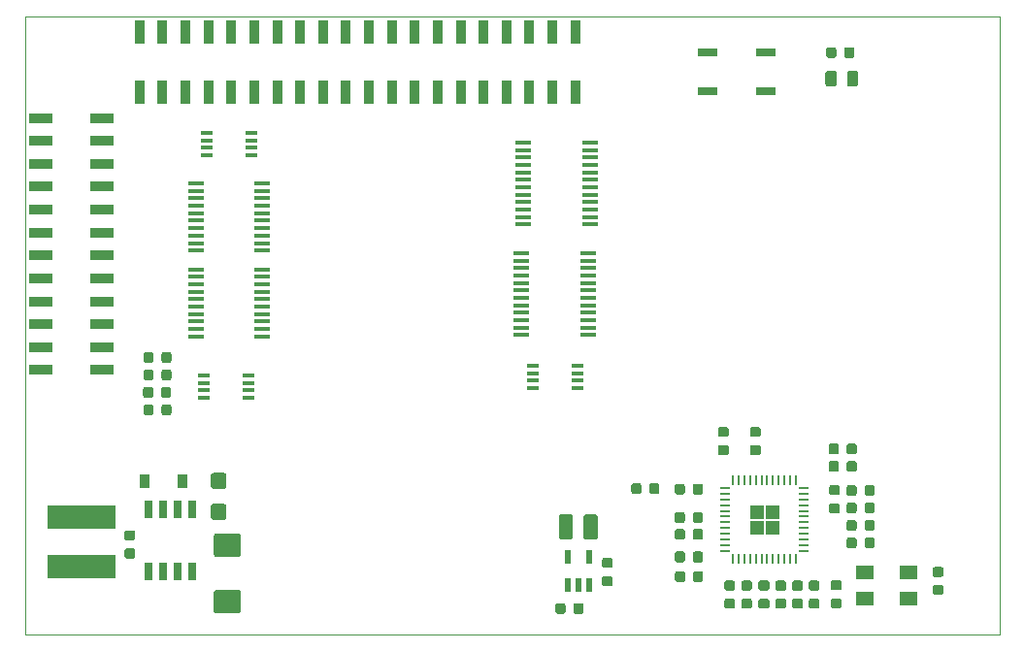
<source format=gbr>
G04 #@! TF.GenerationSoftware,KiCad,Pcbnew,5.1.5-52549c5~84~ubuntu18.04.1*
G04 #@! TF.CreationDate,2020-02-13T10:06:29-08:00*
G04 #@! TF.ProjectId,EthernetBoard,45746865-726e-4657-9442-6f6172642e6b,A*
G04 #@! TF.SameCoordinates,PX5f5e100PY5f5e100*
G04 #@! TF.FileFunction,Paste,Top*
G04 #@! TF.FilePolarity,Positive*
%FSLAX46Y46*%
G04 Gerber Fmt 4.6, Leading zero omitted, Abs format (unit mm)*
G04 Created by KiCad (PCBNEW 5.1.5-52549c5~84~ubuntu18.04.1) date 2020-02-13 10:06:29*
%MOMM*%
%LPD*%
G04 APERTURE LIST*
%ADD10C,0.100000*%
%ADD11C,0.010000*%
%ADD12C,0.150000*%
%ADD13R,0.260000X0.840000*%
%ADD14R,0.840000X0.260000*%
%ADD15R,1.480000X0.410000*%
%ADD16R,2.100000X0.890000*%
%ADD17R,1.600000X1.300000*%
%ADD18R,1.100000X0.450000*%
%ADD19R,1.475000X0.450000*%
%ADD20R,0.533400X1.270000*%
%ADD21R,0.650000X1.528000*%
%ADD22R,1.700000X0.800000*%
%ADD23R,6.000000X2.010000*%
%ADD24R,0.900000X1.200000*%
%ADD25R,0.890000X2.100000*%
G04 APERTURE END LIST*
D10*
X0Y-54000000D02*
X84999492Y-54000000D01*
X84999492Y0D02*
X84999492Y-54000000D01*
X0Y-54000000D02*
X0Y0D01*
X0Y0D02*
X84999492Y0D01*
D11*
G36*
X64648200Y-44070600D02*
G01*
X65748200Y-44070600D01*
X65748200Y-45170600D01*
X64648200Y-45170600D01*
X64648200Y-44070600D01*
G37*
X64648200Y-44070600D02*
X65748200Y-44070600D01*
X65748200Y-45170600D01*
X64648200Y-45170600D01*
X64648200Y-44070600D01*
G36*
X63248200Y-44070600D02*
G01*
X64348200Y-44070600D01*
X64348200Y-45170600D01*
X63248200Y-45170600D01*
X63248200Y-44070600D01*
G37*
X63248200Y-44070600D02*
X64348200Y-44070600D01*
X64348200Y-45170600D01*
X63248200Y-45170600D01*
X63248200Y-44070600D01*
G36*
X63248200Y-42670600D02*
G01*
X64348200Y-42670600D01*
X64348200Y-43770600D01*
X63248200Y-43770600D01*
X63248200Y-42670600D01*
G37*
X63248200Y-42670600D02*
X64348200Y-42670600D01*
X64348200Y-43770600D01*
X63248200Y-43770600D01*
X63248200Y-42670600D01*
G36*
X64648200Y-42670600D02*
G01*
X65748200Y-42670600D01*
X65748200Y-43770600D01*
X64648200Y-43770600D01*
X64648200Y-42670600D01*
G37*
X64648200Y-42670600D02*
X65748200Y-42670600D01*
X65748200Y-43770600D01*
X64648200Y-43770600D01*
X64648200Y-42670600D01*
D12*
G36*
X63980691Y-35860053D02*
G01*
X64001926Y-35863203D01*
X64022750Y-35868419D01*
X64042962Y-35875651D01*
X64062368Y-35884830D01*
X64080781Y-35895866D01*
X64098024Y-35908654D01*
X64113930Y-35923070D01*
X64128346Y-35938976D01*
X64141134Y-35956219D01*
X64152170Y-35974632D01*
X64161349Y-35994038D01*
X64168581Y-36014250D01*
X64173797Y-36035074D01*
X64176947Y-36056309D01*
X64178000Y-36077750D01*
X64178000Y-36515250D01*
X64176947Y-36536691D01*
X64173797Y-36557926D01*
X64168581Y-36578750D01*
X64161349Y-36598962D01*
X64152170Y-36618368D01*
X64141134Y-36636781D01*
X64128346Y-36654024D01*
X64113930Y-36669930D01*
X64098024Y-36684346D01*
X64080781Y-36697134D01*
X64062368Y-36708170D01*
X64042962Y-36717349D01*
X64022750Y-36724581D01*
X64001926Y-36729797D01*
X63980691Y-36732947D01*
X63959250Y-36734000D01*
X63446750Y-36734000D01*
X63425309Y-36732947D01*
X63404074Y-36729797D01*
X63383250Y-36724581D01*
X63363038Y-36717349D01*
X63343632Y-36708170D01*
X63325219Y-36697134D01*
X63307976Y-36684346D01*
X63292070Y-36669930D01*
X63277654Y-36654024D01*
X63264866Y-36636781D01*
X63253830Y-36618368D01*
X63244651Y-36598962D01*
X63237419Y-36578750D01*
X63232203Y-36557926D01*
X63229053Y-36536691D01*
X63228000Y-36515250D01*
X63228000Y-36077750D01*
X63229053Y-36056309D01*
X63232203Y-36035074D01*
X63237419Y-36014250D01*
X63244651Y-35994038D01*
X63253830Y-35974632D01*
X63264866Y-35956219D01*
X63277654Y-35938976D01*
X63292070Y-35923070D01*
X63307976Y-35908654D01*
X63325219Y-35895866D01*
X63343632Y-35884830D01*
X63363038Y-35875651D01*
X63383250Y-35868419D01*
X63404074Y-35863203D01*
X63425309Y-35860053D01*
X63446750Y-35859000D01*
X63959250Y-35859000D01*
X63980691Y-35860053D01*
G37*
G36*
X63980691Y-37435053D02*
G01*
X64001926Y-37438203D01*
X64022750Y-37443419D01*
X64042962Y-37450651D01*
X64062368Y-37459830D01*
X64080781Y-37470866D01*
X64098024Y-37483654D01*
X64113930Y-37498070D01*
X64128346Y-37513976D01*
X64141134Y-37531219D01*
X64152170Y-37549632D01*
X64161349Y-37569038D01*
X64168581Y-37589250D01*
X64173797Y-37610074D01*
X64176947Y-37631309D01*
X64178000Y-37652750D01*
X64178000Y-38090250D01*
X64176947Y-38111691D01*
X64173797Y-38132926D01*
X64168581Y-38153750D01*
X64161349Y-38173962D01*
X64152170Y-38193368D01*
X64141134Y-38211781D01*
X64128346Y-38229024D01*
X64113930Y-38244930D01*
X64098024Y-38259346D01*
X64080781Y-38272134D01*
X64062368Y-38283170D01*
X64042962Y-38292349D01*
X64022750Y-38299581D01*
X64001926Y-38304797D01*
X63980691Y-38307947D01*
X63959250Y-38309000D01*
X63446750Y-38309000D01*
X63425309Y-38307947D01*
X63404074Y-38304797D01*
X63383250Y-38299581D01*
X63363038Y-38292349D01*
X63343632Y-38283170D01*
X63325219Y-38272134D01*
X63307976Y-38259346D01*
X63292070Y-38244930D01*
X63277654Y-38229024D01*
X63264866Y-38211781D01*
X63253830Y-38193368D01*
X63244651Y-38173962D01*
X63237419Y-38153750D01*
X63232203Y-38132926D01*
X63229053Y-38111691D01*
X63228000Y-38090250D01*
X63228000Y-37652750D01*
X63229053Y-37631309D01*
X63232203Y-37610074D01*
X63237419Y-37589250D01*
X63244651Y-37569038D01*
X63253830Y-37549632D01*
X63264866Y-37531219D01*
X63277654Y-37513976D01*
X63292070Y-37498070D01*
X63307976Y-37483654D01*
X63325219Y-37470866D01*
X63343632Y-37459830D01*
X63363038Y-37450651D01*
X63383250Y-37443419D01*
X63404074Y-37438203D01*
X63425309Y-37435053D01*
X63446750Y-37434000D01*
X63959250Y-37434000D01*
X63980691Y-37435053D01*
G37*
D13*
X61748200Y-40485600D03*
X62248200Y-40485600D03*
X62748200Y-40485600D03*
X63248200Y-40485600D03*
X63748200Y-40485600D03*
X64248200Y-40485600D03*
X64748200Y-40485600D03*
X65248200Y-40485600D03*
X65748200Y-40485600D03*
X66248200Y-40485600D03*
X66748200Y-40485600D03*
X67248200Y-40485600D03*
D14*
X67933200Y-41170600D03*
X67933200Y-41670600D03*
X67933200Y-42170600D03*
X67933200Y-42670600D03*
X67933200Y-43170600D03*
X67933200Y-43670600D03*
X67933200Y-44170600D03*
X67933200Y-44670600D03*
X67933200Y-45170600D03*
X67933200Y-45670600D03*
X67933200Y-46170600D03*
X67933200Y-46670600D03*
D13*
X67248200Y-47355600D03*
X66748200Y-47355600D03*
X66248200Y-47355600D03*
X65748200Y-47355600D03*
X65248200Y-47355600D03*
X64748200Y-47355600D03*
X64248200Y-47355600D03*
X63748200Y-47355600D03*
X63248200Y-47355600D03*
X62748200Y-47355600D03*
X62248200Y-47355600D03*
X61748200Y-47355600D03*
D14*
X61063200Y-46670600D03*
X61063200Y-46170600D03*
X61063200Y-45670600D03*
X61063200Y-45170600D03*
X61063200Y-44670600D03*
X61063200Y-44170600D03*
X61063200Y-43670600D03*
X61063200Y-43170600D03*
X61063200Y-42670600D03*
X61063200Y-42170600D03*
X61063200Y-41670600D03*
X61063200Y-41170600D03*
D15*
X14915000Y-20451000D03*
X14915000Y-19801000D03*
X14915000Y-19151000D03*
X14915000Y-18501000D03*
X14915000Y-17851000D03*
X14915000Y-17201000D03*
X14915000Y-16551000D03*
X14915000Y-15901000D03*
X14915000Y-15251000D03*
X14915000Y-14601000D03*
X20645000Y-14601000D03*
X20645000Y-15251000D03*
X20645000Y-15901000D03*
X20645000Y-16551000D03*
X20645000Y-17201000D03*
X20645000Y-17851000D03*
X20645000Y-18501000D03*
X20645000Y-19151000D03*
X20645000Y-19801000D03*
X20645000Y-20451000D03*
D16*
X6698000Y-30890000D03*
X6698000Y-28890000D03*
X6698000Y-26890000D03*
X6698000Y-24890000D03*
X6698000Y-22890000D03*
X6698000Y-20890000D03*
X6698000Y-18890000D03*
X6698000Y-16890000D03*
X6698000Y-14890000D03*
X6698000Y-12890000D03*
X1398000Y-30890000D03*
X1398000Y-28890000D03*
X1398000Y-26890000D03*
X1398000Y-24890000D03*
X1398000Y-22890000D03*
X1398000Y-20890000D03*
X1398000Y-18890000D03*
X1398000Y-16890000D03*
X1398000Y-14890000D03*
X1398000Y-8890000D03*
X6698000Y-8890000D03*
X6698000Y-10890000D03*
X1398000Y-10890000D03*
X1398000Y-12890000D03*
D12*
G36*
X79919191Y-49639553D02*
G01*
X79940426Y-49642703D01*
X79961250Y-49647919D01*
X79981462Y-49655151D01*
X80000868Y-49664330D01*
X80019281Y-49675366D01*
X80036524Y-49688154D01*
X80052430Y-49702570D01*
X80066846Y-49718476D01*
X80079634Y-49735719D01*
X80090670Y-49754132D01*
X80099849Y-49773538D01*
X80107081Y-49793750D01*
X80112297Y-49814574D01*
X80115447Y-49835809D01*
X80116500Y-49857250D01*
X80116500Y-50294750D01*
X80115447Y-50316191D01*
X80112297Y-50337426D01*
X80107081Y-50358250D01*
X80099849Y-50378462D01*
X80090670Y-50397868D01*
X80079634Y-50416281D01*
X80066846Y-50433524D01*
X80052430Y-50449430D01*
X80036524Y-50463846D01*
X80019281Y-50476634D01*
X80000868Y-50487670D01*
X79981462Y-50496849D01*
X79961250Y-50504081D01*
X79940426Y-50509297D01*
X79919191Y-50512447D01*
X79897750Y-50513500D01*
X79385250Y-50513500D01*
X79363809Y-50512447D01*
X79342574Y-50509297D01*
X79321750Y-50504081D01*
X79301538Y-50496849D01*
X79282132Y-50487670D01*
X79263719Y-50476634D01*
X79246476Y-50463846D01*
X79230570Y-50449430D01*
X79216154Y-50433524D01*
X79203366Y-50416281D01*
X79192330Y-50397868D01*
X79183151Y-50378462D01*
X79175919Y-50358250D01*
X79170703Y-50337426D01*
X79167553Y-50316191D01*
X79166500Y-50294750D01*
X79166500Y-49857250D01*
X79167553Y-49835809D01*
X79170703Y-49814574D01*
X79175919Y-49793750D01*
X79183151Y-49773538D01*
X79192330Y-49754132D01*
X79203366Y-49735719D01*
X79216154Y-49718476D01*
X79230570Y-49702570D01*
X79246476Y-49688154D01*
X79263719Y-49675366D01*
X79282132Y-49664330D01*
X79301538Y-49655151D01*
X79321750Y-49647919D01*
X79342574Y-49642703D01*
X79363809Y-49639553D01*
X79385250Y-49638500D01*
X79897750Y-49638500D01*
X79919191Y-49639553D01*
G37*
G36*
X79919191Y-48064553D02*
G01*
X79940426Y-48067703D01*
X79961250Y-48072919D01*
X79981462Y-48080151D01*
X80000868Y-48089330D01*
X80019281Y-48100366D01*
X80036524Y-48113154D01*
X80052430Y-48127570D01*
X80066846Y-48143476D01*
X80079634Y-48160719D01*
X80090670Y-48179132D01*
X80099849Y-48198538D01*
X80107081Y-48218750D01*
X80112297Y-48239574D01*
X80115447Y-48260809D01*
X80116500Y-48282250D01*
X80116500Y-48719750D01*
X80115447Y-48741191D01*
X80112297Y-48762426D01*
X80107081Y-48783250D01*
X80099849Y-48803462D01*
X80090670Y-48822868D01*
X80079634Y-48841281D01*
X80066846Y-48858524D01*
X80052430Y-48874430D01*
X80036524Y-48888846D01*
X80019281Y-48901634D01*
X80000868Y-48912670D01*
X79981462Y-48921849D01*
X79961250Y-48929081D01*
X79940426Y-48934297D01*
X79919191Y-48937447D01*
X79897750Y-48938500D01*
X79385250Y-48938500D01*
X79363809Y-48937447D01*
X79342574Y-48934297D01*
X79321750Y-48929081D01*
X79301538Y-48921849D01*
X79282132Y-48912670D01*
X79263719Y-48901634D01*
X79246476Y-48888846D01*
X79230570Y-48874430D01*
X79216154Y-48858524D01*
X79203366Y-48841281D01*
X79192330Y-48822868D01*
X79183151Y-48803462D01*
X79175919Y-48783250D01*
X79170703Y-48762426D01*
X79167553Y-48741191D01*
X79166500Y-48719750D01*
X79166500Y-48282250D01*
X79167553Y-48260809D01*
X79170703Y-48239574D01*
X79175919Y-48218750D01*
X79183151Y-48198538D01*
X79192330Y-48179132D01*
X79203366Y-48160719D01*
X79216154Y-48143476D01*
X79230570Y-48127570D01*
X79246476Y-48113154D01*
X79263719Y-48100366D01*
X79282132Y-48089330D01*
X79301538Y-48080151D01*
X79321750Y-48072919D01*
X79342574Y-48067703D01*
X79363809Y-48064553D01*
X79385250Y-48063500D01*
X79897750Y-48063500D01*
X79919191Y-48064553D01*
G37*
G36*
X71029191Y-49233053D02*
G01*
X71050426Y-49236203D01*
X71071250Y-49241419D01*
X71091462Y-49248651D01*
X71110868Y-49257830D01*
X71129281Y-49268866D01*
X71146524Y-49281654D01*
X71162430Y-49296070D01*
X71176846Y-49311976D01*
X71189634Y-49329219D01*
X71200670Y-49347632D01*
X71209849Y-49367038D01*
X71217081Y-49387250D01*
X71222297Y-49408074D01*
X71225447Y-49429309D01*
X71226500Y-49450750D01*
X71226500Y-49888250D01*
X71225447Y-49909691D01*
X71222297Y-49930926D01*
X71217081Y-49951750D01*
X71209849Y-49971962D01*
X71200670Y-49991368D01*
X71189634Y-50009781D01*
X71176846Y-50027024D01*
X71162430Y-50042930D01*
X71146524Y-50057346D01*
X71129281Y-50070134D01*
X71110868Y-50081170D01*
X71091462Y-50090349D01*
X71071250Y-50097581D01*
X71050426Y-50102797D01*
X71029191Y-50105947D01*
X71007750Y-50107000D01*
X70495250Y-50107000D01*
X70473809Y-50105947D01*
X70452574Y-50102797D01*
X70431750Y-50097581D01*
X70411538Y-50090349D01*
X70392132Y-50081170D01*
X70373719Y-50070134D01*
X70356476Y-50057346D01*
X70340570Y-50042930D01*
X70326154Y-50027024D01*
X70313366Y-50009781D01*
X70302330Y-49991368D01*
X70293151Y-49971962D01*
X70285919Y-49951750D01*
X70280703Y-49930926D01*
X70277553Y-49909691D01*
X70276500Y-49888250D01*
X70276500Y-49450750D01*
X70277553Y-49429309D01*
X70280703Y-49408074D01*
X70285919Y-49387250D01*
X70293151Y-49367038D01*
X70302330Y-49347632D01*
X70313366Y-49329219D01*
X70326154Y-49311976D01*
X70340570Y-49296070D01*
X70356476Y-49281654D01*
X70373719Y-49268866D01*
X70392132Y-49257830D01*
X70411538Y-49248651D01*
X70431750Y-49241419D01*
X70452574Y-49236203D01*
X70473809Y-49233053D01*
X70495250Y-49232000D01*
X71007750Y-49232000D01*
X71029191Y-49233053D01*
G37*
G36*
X71029191Y-50808053D02*
G01*
X71050426Y-50811203D01*
X71071250Y-50816419D01*
X71091462Y-50823651D01*
X71110868Y-50832830D01*
X71129281Y-50843866D01*
X71146524Y-50856654D01*
X71162430Y-50871070D01*
X71176846Y-50886976D01*
X71189634Y-50904219D01*
X71200670Y-50922632D01*
X71209849Y-50942038D01*
X71217081Y-50962250D01*
X71222297Y-50983074D01*
X71225447Y-51004309D01*
X71226500Y-51025750D01*
X71226500Y-51463250D01*
X71225447Y-51484691D01*
X71222297Y-51505926D01*
X71217081Y-51526750D01*
X71209849Y-51546962D01*
X71200670Y-51566368D01*
X71189634Y-51584781D01*
X71176846Y-51602024D01*
X71162430Y-51617930D01*
X71146524Y-51632346D01*
X71129281Y-51645134D01*
X71110868Y-51656170D01*
X71091462Y-51665349D01*
X71071250Y-51672581D01*
X71050426Y-51677797D01*
X71029191Y-51680947D01*
X71007750Y-51682000D01*
X70495250Y-51682000D01*
X70473809Y-51680947D01*
X70452574Y-51677797D01*
X70431750Y-51672581D01*
X70411538Y-51665349D01*
X70392132Y-51656170D01*
X70373719Y-51645134D01*
X70356476Y-51632346D01*
X70340570Y-51617930D01*
X70326154Y-51602024D01*
X70313366Y-51584781D01*
X70302330Y-51566368D01*
X70293151Y-51546962D01*
X70285919Y-51526750D01*
X70280703Y-51505926D01*
X70277553Y-51484691D01*
X70276500Y-51463250D01*
X70276500Y-51025750D01*
X70277553Y-51004309D01*
X70280703Y-50983074D01*
X70285919Y-50962250D01*
X70293151Y-50942038D01*
X70302330Y-50922632D01*
X70313366Y-50904219D01*
X70326154Y-50886976D01*
X70340570Y-50871070D01*
X70356476Y-50856654D01*
X70373719Y-50843866D01*
X70392132Y-50832830D01*
X70411538Y-50823651D01*
X70431750Y-50816419D01*
X70452574Y-50811203D01*
X70473809Y-50808053D01*
X70495250Y-50807000D01*
X71007750Y-50807000D01*
X71029191Y-50808053D01*
G37*
D17*
X73284000Y-48507000D03*
X77084000Y-48507000D03*
X77084000Y-50807000D03*
X73284000Y-50807000D03*
D18*
X15830000Y-12151000D03*
X15830000Y-11501000D03*
X15830000Y-10851000D03*
X15830000Y-10201000D03*
X19730000Y-10201000D03*
X19730000Y-10851000D03*
X19730000Y-11501000D03*
X19730000Y-12151000D03*
X48178000Y-30521000D03*
X48178000Y-31171000D03*
X48178000Y-31821000D03*
X48178000Y-32471000D03*
X44278000Y-32471000D03*
X44278000Y-31821000D03*
X44278000Y-31171000D03*
X44278000Y-30521000D03*
X15576000Y-33296500D03*
X15576000Y-32646500D03*
X15576000Y-31996500D03*
X15576000Y-31346500D03*
X19476000Y-31346500D03*
X19476000Y-31996500D03*
X19476000Y-32646500D03*
X19476000Y-33296500D03*
D15*
X14915000Y-27944000D03*
X14915000Y-27294000D03*
X14915000Y-26644000D03*
X14915000Y-25994000D03*
X14915000Y-25344000D03*
X14915000Y-24694000D03*
X14915000Y-24044000D03*
X14915000Y-23394000D03*
X14915000Y-22744000D03*
X14915000Y-22094000D03*
X20645000Y-22094000D03*
X20645000Y-22744000D03*
X20645000Y-23394000D03*
X20645000Y-24044000D03*
X20645000Y-24694000D03*
X20645000Y-25344000D03*
X20645000Y-25994000D03*
X20645000Y-26644000D03*
X20645000Y-27294000D03*
X20645000Y-27944000D03*
D19*
X49293000Y-11030000D03*
X49293000Y-11680000D03*
X49293000Y-12330000D03*
X49293000Y-12980000D03*
X49293000Y-13630000D03*
X49293000Y-14280000D03*
X49293000Y-14930000D03*
X49293000Y-15580000D03*
X49293000Y-16230000D03*
X49293000Y-16880000D03*
X49293000Y-17530000D03*
X49293000Y-18180000D03*
X43417000Y-18180000D03*
X43417000Y-17530000D03*
X43417000Y-16880000D03*
X43417000Y-16230000D03*
X43417000Y-15580000D03*
X43417000Y-14930000D03*
X43417000Y-14280000D03*
X43417000Y-13630000D03*
X43417000Y-12980000D03*
X43417000Y-12330000D03*
X43417000Y-11680000D03*
X43417000Y-11030000D03*
X49166000Y-20682000D03*
X49166000Y-21332000D03*
X49166000Y-21982000D03*
X49166000Y-22632000D03*
X49166000Y-23282000D03*
X49166000Y-23932000D03*
X49166000Y-24582000D03*
X49166000Y-25232000D03*
X49166000Y-25882000D03*
X49166000Y-26532000D03*
X49166000Y-27182000D03*
X49166000Y-27832000D03*
X43290000Y-27832000D03*
X43290000Y-27182000D03*
X43290000Y-26532000D03*
X43290000Y-25882000D03*
X43290000Y-25232000D03*
X43290000Y-24582000D03*
X43290000Y-23932000D03*
X43290000Y-23282000D03*
X43290000Y-22632000D03*
X43290000Y-21982000D03*
X43290000Y-21332000D03*
X43290000Y-20682000D03*
D12*
G36*
X12584691Y-29307553D02*
G01*
X12605926Y-29310703D01*
X12626750Y-29315919D01*
X12646962Y-29323151D01*
X12666368Y-29332330D01*
X12684781Y-29343366D01*
X12702024Y-29356154D01*
X12717930Y-29370570D01*
X12732346Y-29386476D01*
X12745134Y-29403719D01*
X12756170Y-29422132D01*
X12765349Y-29441538D01*
X12772581Y-29461750D01*
X12777797Y-29482574D01*
X12780947Y-29503809D01*
X12782000Y-29525250D01*
X12782000Y-30037750D01*
X12780947Y-30059191D01*
X12777797Y-30080426D01*
X12772581Y-30101250D01*
X12765349Y-30121462D01*
X12756170Y-30140868D01*
X12745134Y-30159281D01*
X12732346Y-30176524D01*
X12717930Y-30192430D01*
X12702024Y-30206846D01*
X12684781Y-30219634D01*
X12666368Y-30230670D01*
X12646962Y-30239849D01*
X12626750Y-30247081D01*
X12605926Y-30252297D01*
X12584691Y-30255447D01*
X12563250Y-30256500D01*
X12125750Y-30256500D01*
X12104309Y-30255447D01*
X12083074Y-30252297D01*
X12062250Y-30247081D01*
X12042038Y-30239849D01*
X12022632Y-30230670D01*
X12004219Y-30219634D01*
X11986976Y-30206846D01*
X11971070Y-30192430D01*
X11956654Y-30176524D01*
X11943866Y-30159281D01*
X11932830Y-30140868D01*
X11923651Y-30121462D01*
X11916419Y-30101250D01*
X11911203Y-30080426D01*
X11908053Y-30059191D01*
X11907000Y-30037750D01*
X11907000Y-29525250D01*
X11908053Y-29503809D01*
X11911203Y-29482574D01*
X11916419Y-29461750D01*
X11923651Y-29441538D01*
X11932830Y-29422132D01*
X11943866Y-29403719D01*
X11956654Y-29386476D01*
X11971070Y-29370570D01*
X11986976Y-29356154D01*
X12004219Y-29343366D01*
X12022632Y-29332330D01*
X12042038Y-29323151D01*
X12062250Y-29315919D01*
X12083074Y-29310703D01*
X12104309Y-29307553D01*
X12125750Y-29306500D01*
X12563250Y-29306500D01*
X12584691Y-29307553D01*
G37*
G36*
X11009691Y-29307553D02*
G01*
X11030926Y-29310703D01*
X11051750Y-29315919D01*
X11071962Y-29323151D01*
X11091368Y-29332330D01*
X11109781Y-29343366D01*
X11127024Y-29356154D01*
X11142930Y-29370570D01*
X11157346Y-29386476D01*
X11170134Y-29403719D01*
X11181170Y-29422132D01*
X11190349Y-29441538D01*
X11197581Y-29461750D01*
X11202797Y-29482574D01*
X11205947Y-29503809D01*
X11207000Y-29525250D01*
X11207000Y-30037750D01*
X11205947Y-30059191D01*
X11202797Y-30080426D01*
X11197581Y-30101250D01*
X11190349Y-30121462D01*
X11181170Y-30140868D01*
X11170134Y-30159281D01*
X11157346Y-30176524D01*
X11142930Y-30192430D01*
X11127024Y-30206846D01*
X11109781Y-30219634D01*
X11091368Y-30230670D01*
X11071962Y-30239849D01*
X11051750Y-30247081D01*
X11030926Y-30252297D01*
X11009691Y-30255447D01*
X10988250Y-30256500D01*
X10550750Y-30256500D01*
X10529309Y-30255447D01*
X10508074Y-30252297D01*
X10487250Y-30247081D01*
X10467038Y-30239849D01*
X10447632Y-30230670D01*
X10429219Y-30219634D01*
X10411976Y-30206846D01*
X10396070Y-30192430D01*
X10381654Y-30176524D01*
X10368866Y-30159281D01*
X10357830Y-30140868D01*
X10348651Y-30121462D01*
X10341419Y-30101250D01*
X10336203Y-30080426D01*
X10333053Y-30059191D01*
X10332000Y-30037750D01*
X10332000Y-29525250D01*
X10333053Y-29503809D01*
X10336203Y-29482574D01*
X10341419Y-29461750D01*
X10348651Y-29441538D01*
X10357830Y-29422132D01*
X10368866Y-29403719D01*
X10381654Y-29386476D01*
X10396070Y-29370570D01*
X10411976Y-29356154D01*
X10429219Y-29343366D01*
X10447632Y-29332330D01*
X10467038Y-29323151D01*
X10487250Y-29315919D01*
X10508074Y-29310703D01*
X10529309Y-29307553D01*
X10550750Y-29306500D01*
X10988250Y-29306500D01*
X11009691Y-29307553D01*
G37*
G36*
X11009691Y-30831553D02*
G01*
X11030926Y-30834703D01*
X11051750Y-30839919D01*
X11071962Y-30847151D01*
X11091368Y-30856330D01*
X11109781Y-30867366D01*
X11127024Y-30880154D01*
X11142930Y-30894570D01*
X11157346Y-30910476D01*
X11170134Y-30927719D01*
X11181170Y-30946132D01*
X11190349Y-30965538D01*
X11197581Y-30985750D01*
X11202797Y-31006574D01*
X11205947Y-31027809D01*
X11207000Y-31049250D01*
X11207000Y-31561750D01*
X11205947Y-31583191D01*
X11202797Y-31604426D01*
X11197581Y-31625250D01*
X11190349Y-31645462D01*
X11181170Y-31664868D01*
X11170134Y-31683281D01*
X11157346Y-31700524D01*
X11142930Y-31716430D01*
X11127024Y-31730846D01*
X11109781Y-31743634D01*
X11091368Y-31754670D01*
X11071962Y-31763849D01*
X11051750Y-31771081D01*
X11030926Y-31776297D01*
X11009691Y-31779447D01*
X10988250Y-31780500D01*
X10550750Y-31780500D01*
X10529309Y-31779447D01*
X10508074Y-31776297D01*
X10487250Y-31771081D01*
X10467038Y-31763849D01*
X10447632Y-31754670D01*
X10429219Y-31743634D01*
X10411976Y-31730846D01*
X10396070Y-31716430D01*
X10381654Y-31700524D01*
X10368866Y-31683281D01*
X10357830Y-31664868D01*
X10348651Y-31645462D01*
X10341419Y-31625250D01*
X10336203Y-31604426D01*
X10333053Y-31583191D01*
X10332000Y-31561750D01*
X10332000Y-31049250D01*
X10333053Y-31027809D01*
X10336203Y-31006574D01*
X10341419Y-30985750D01*
X10348651Y-30965538D01*
X10357830Y-30946132D01*
X10368866Y-30927719D01*
X10381654Y-30910476D01*
X10396070Y-30894570D01*
X10411976Y-30880154D01*
X10429219Y-30867366D01*
X10447632Y-30856330D01*
X10467038Y-30847151D01*
X10487250Y-30839919D01*
X10508074Y-30834703D01*
X10529309Y-30831553D01*
X10550750Y-30830500D01*
X10988250Y-30830500D01*
X11009691Y-30831553D01*
G37*
G36*
X12584691Y-30831553D02*
G01*
X12605926Y-30834703D01*
X12626750Y-30839919D01*
X12646962Y-30847151D01*
X12666368Y-30856330D01*
X12684781Y-30867366D01*
X12702024Y-30880154D01*
X12717930Y-30894570D01*
X12732346Y-30910476D01*
X12745134Y-30927719D01*
X12756170Y-30946132D01*
X12765349Y-30965538D01*
X12772581Y-30985750D01*
X12777797Y-31006574D01*
X12780947Y-31027809D01*
X12782000Y-31049250D01*
X12782000Y-31561750D01*
X12780947Y-31583191D01*
X12777797Y-31604426D01*
X12772581Y-31625250D01*
X12765349Y-31645462D01*
X12756170Y-31664868D01*
X12745134Y-31683281D01*
X12732346Y-31700524D01*
X12717930Y-31716430D01*
X12702024Y-31730846D01*
X12684781Y-31743634D01*
X12666368Y-31754670D01*
X12646962Y-31763849D01*
X12626750Y-31771081D01*
X12605926Y-31776297D01*
X12584691Y-31779447D01*
X12563250Y-31780500D01*
X12125750Y-31780500D01*
X12104309Y-31779447D01*
X12083074Y-31776297D01*
X12062250Y-31771081D01*
X12042038Y-31763849D01*
X12022632Y-31754670D01*
X12004219Y-31743634D01*
X11986976Y-31730846D01*
X11971070Y-31716430D01*
X11956654Y-31700524D01*
X11943866Y-31683281D01*
X11932830Y-31664868D01*
X11923651Y-31645462D01*
X11916419Y-31625250D01*
X11911203Y-31604426D01*
X11908053Y-31583191D01*
X11907000Y-31561750D01*
X11907000Y-31049250D01*
X11908053Y-31027809D01*
X11911203Y-31006574D01*
X11916419Y-30985750D01*
X11923651Y-30965538D01*
X11932830Y-30946132D01*
X11943866Y-30927719D01*
X11956654Y-30910476D01*
X11971070Y-30894570D01*
X11986976Y-30880154D01*
X12004219Y-30867366D01*
X12022632Y-30856330D01*
X12042038Y-30847151D01*
X12062250Y-30839919D01*
X12083074Y-30834703D01*
X12104309Y-30831553D01*
X12125750Y-30830500D01*
X12563250Y-30830500D01*
X12584691Y-30831553D01*
G37*
G36*
X12584691Y-33879553D02*
G01*
X12605926Y-33882703D01*
X12626750Y-33887919D01*
X12646962Y-33895151D01*
X12666368Y-33904330D01*
X12684781Y-33915366D01*
X12702024Y-33928154D01*
X12717930Y-33942570D01*
X12732346Y-33958476D01*
X12745134Y-33975719D01*
X12756170Y-33994132D01*
X12765349Y-34013538D01*
X12772581Y-34033750D01*
X12777797Y-34054574D01*
X12780947Y-34075809D01*
X12782000Y-34097250D01*
X12782000Y-34609750D01*
X12780947Y-34631191D01*
X12777797Y-34652426D01*
X12772581Y-34673250D01*
X12765349Y-34693462D01*
X12756170Y-34712868D01*
X12745134Y-34731281D01*
X12732346Y-34748524D01*
X12717930Y-34764430D01*
X12702024Y-34778846D01*
X12684781Y-34791634D01*
X12666368Y-34802670D01*
X12646962Y-34811849D01*
X12626750Y-34819081D01*
X12605926Y-34824297D01*
X12584691Y-34827447D01*
X12563250Y-34828500D01*
X12125750Y-34828500D01*
X12104309Y-34827447D01*
X12083074Y-34824297D01*
X12062250Y-34819081D01*
X12042038Y-34811849D01*
X12022632Y-34802670D01*
X12004219Y-34791634D01*
X11986976Y-34778846D01*
X11971070Y-34764430D01*
X11956654Y-34748524D01*
X11943866Y-34731281D01*
X11932830Y-34712868D01*
X11923651Y-34693462D01*
X11916419Y-34673250D01*
X11911203Y-34652426D01*
X11908053Y-34631191D01*
X11907000Y-34609750D01*
X11907000Y-34097250D01*
X11908053Y-34075809D01*
X11911203Y-34054574D01*
X11916419Y-34033750D01*
X11923651Y-34013538D01*
X11932830Y-33994132D01*
X11943866Y-33975719D01*
X11956654Y-33958476D01*
X11971070Y-33942570D01*
X11986976Y-33928154D01*
X12004219Y-33915366D01*
X12022632Y-33904330D01*
X12042038Y-33895151D01*
X12062250Y-33887919D01*
X12083074Y-33882703D01*
X12104309Y-33879553D01*
X12125750Y-33878500D01*
X12563250Y-33878500D01*
X12584691Y-33879553D01*
G37*
G36*
X11009691Y-33879553D02*
G01*
X11030926Y-33882703D01*
X11051750Y-33887919D01*
X11071962Y-33895151D01*
X11091368Y-33904330D01*
X11109781Y-33915366D01*
X11127024Y-33928154D01*
X11142930Y-33942570D01*
X11157346Y-33958476D01*
X11170134Y-33975719D01*
X11181170Y-33994132D01*
X11190349Y-34013538D01*
X11197581Y-34033750D01*
X11202797Y-34054574D01*
X11205947Y-34075809D01*
X11207000Y-34097250D01*
X11207000Y-34609750D01*
X11205947Y-34631191D01*
X11202797Y-34652426D01*
X11197581Y-34673250D01*
X11190349Y-34693462D01*
X11181170Y-34712868D01*
X11170134Y-34731281D01*
X11157346Y-34748524D01*
X11142930Y-34764430D01*
X11127024Y-34778846D01*
X11109781Y-34791634D01*
X11091368Y-34802670D01*
X11071962Y-34811849D01*
X11051750Y-34819081D01*
X11030926Y-34824297D01*
X11009691Y-34827447D01*
X10988250Y-34828500D01*
X10550750Y-34828500D01*
X10529309Y-34827447D01*
X10508074Y-34824297D01*
X10487250Y-34819081D01*
X10467038Y-34811849D01*
X10447632Y-34802670D01*
X10429219Y-34791634D01*
X10411976Y-34778846D01*
X10396070Y-34764430D01*
X10381654Y-34748524D01*
X10368866Y-34731281D01*
X10357830Y-34712868D01*
X10348651Y-34693462D01*
X10341419Y-34673250D01*
X10336203Y-34652426D01*
X10333053Y-34631191D01*
X10332000Y-34609750D01*
X10332000Y-34097250D01*
X10333053Y-34075809D01*
X10336203Y-34054574D01*
X10341419Y-34033750D01*
X10348651Y-34013538D01*
X10357830Y-33994132D01*
X10368866Y-33975719D01*
X10381654Y-33958476D01*
X10396070Y-33942570D01*
X10411976Y-33928154D01*
X10429219Y-33915366D01*
X10447632Y-33904330D01*
X10467038Y-33895151D01*
X10487250Y-33887919D01*
X10508074Y-33882703D01*
X10529309Y-33879553D01*
X10550750Y-33878500D01*
X10988250Y-33878500D01*
X11009691Y-33879553D01*
G37*
G36*
X10984191Y-32355553D02*
G01*
X11005426Y-32358703D01*
X11026250Y-32363919D01*
X11046462Y-32371151D01*
X11065868Y-32380330D01*
X11084281Y-32391366D01*
X11101524Y-32404154D01*
X11117430Y-32418570D01*
X11131846Y-32434476D01*
X11144634Y-32451719D01*
X11155670Y-32470132D01*
X11164849Y-32489538D01*
X11172081Y-32509750D01*
X11177297Y-32530574D01*
X11180447Y-32551809D01*
X11181500Y-32573250D01*
X11181500Y-33085750D01*
X11180447Y-33107191D01*
X11177297Y-33128426D01*
X11172081Y-33149250D01*
X11164849Y-33169462D01*
X11155670Y-33188868D01*
X11144634Y-33207281D01*
X11131846Y-33224524D01*
X11117430Y-33240430D01*
X11101524Y-33254846D01*
X11084281Y-33267634D01*
X11065868Y-33278670D01*
X11046462Y-33287849D01*
X11026250Y-33295081D01*
X11005426Y-33300297D01*
X10984191Y-33303447D01*
X10962750Y-33304500D01*
X10525250Y-33304500D01*
X10503809Y-33303447D01*
X10482574Y-33300297D01*
X10461750Y-33295081D01*
X10441538Y-33287849D01*
X10422132Y-33278670D01*
X10403719Y-33267634D01*
X10386476Y-33254846D01*
X10370570Y-33240430D01*
X10356154Y-33224524D01*
X10343366Y-33207281D01*
X10332330Y-33188868D01*
X10323151Y-33169462D01*
X10315919Y-33149250D01*
X10310703Y-33128426D01*
X10307553Y-33107191D01*
X10306500Y-33085750D01*
X10306500Y-32573250D01*
X10307553Y-32551809D01*
X10310703Y-32530574D01*
X10315919Y-32509750D01*
X10323151Y-32489538D01*
X10332330Y-32470132D01*
X10343366Y-32451719D01*
X10356154Y-32434476D01*
X10370570Y-32418570D01*
X10386476Y-32404154D01*
X10403719Y-32391366D01*
X10422132Y-32380330D01*
X10441538Y-32371151D01*
X10461750Y-32363919D01*
X10482574Y-32358703D01*
X10503809Y-32355553D01*
X10525250Y-32354500D01*
X10962750Y-32354500D01*
X10984191Y-32355553D01*
G37*
G36*
X12559191Y-32355553D02*
G01*
X12580426Y-32358703D01*
X12601250Y-32363919D01*
X12621462Y-32371151D01*
X12640868Y-32380330D01*
X12659281Y-32391366D01*
X12676524Y-32404154D01*
X12692430Y-32418570D01*
X12706846Y-32434476D01*
X12719634Y-32451719D01*
X12730670Y-32470132D01*
X12739849Y-32489538D01*
X12747081Y-32509750D01*
X12752297Y-32530574D01*
X12755447Y-32551809D01*
X12756500Y-32573250D01*
X12756500Y-33085750D01*
X12755447Y-33107191D01*
X12752297Y-33128426D01*
X12747081Y-33149250D01*
X12739849Y-33169462D01*
X12730670Y-33188868D01*
X12719634Y-33207281D01*
X12706846Y-33224524D01*
X12692430Y-33240430D01*
X12676524Y-33254846D01*
X12659281Y-33267634D01*
X12640868Y-33278670D01*
X12621462Y-33287849D01*
X12601250Y-33295081D01*
X12580426Y-33300297D01*
X12559191Y-33303447D01*
X12537750Y-33304500D01*
X12100250Y-33304500D01*
X12078809Y-33303447D01*
X12057574Y-33300297D01*
X12036750Y-33295081D01*
X12016538Y-33287849D01*
X11997132Y-33278670D01*
X11978719Y-33267634D01*
X11961476Y-33254846D01*
X11945570Y-33240430D01*
X11931154Y-33224524D01*
X11918366Y-33207281D01*
X11907330Y-33188868D01*
X11898151Y-33169462D01*
X11890919Y-33149250D01*
X11885703Y-33128426D01*
X11882553Y-33107191D01*
X11881500Y-33085750D01*
X11881500Y-32573250D01*
X11882553Y-32551809D01*
X11885703Y-32530574D01*
X11890919Y-32509750D01*
X11898151Y-32489538D01*
X11907330Y-32470132D01*
X11918366Y-32451719D01*
X11931154Y-32434476D01*
X11945570Y-32418570D01*
X11961476Y-32404154D01*
X11978719Y-32391366D01*
X11997132Y-32380330D01*
X12016538Y-32371151D01*
X12036750Y-32363919D01*
X12057574Y-32358703D01*
X12078809Y-32355553D01*
X12100250Y-32354500D01*
X12537750Y-32354500D01*
X12559191Y-32355553D01*
G37*
G36*
X72147691Y-2701053D02*
G01*
X72168926Y-2704203D01*
X72189750Y-2709419D01*
X72209962Y-2716651D01*
X72229368Y-2725830D01*
X72247781Y-2736866D01*
X72265024Y-2749654D01*
X72280930Y-2764070D01*
X72295346Y-2779976D01*
X72308134Y-2797219D01*
X72319170Y-2815632D01*
X72328349Y-2835038D01*
X72335581Y-2855250D01*
X72340797Y-2876074D01*
X72343947Y-2897309D01*
X72345000Y-2918750D01*
X72345000Y-3431250D01*
X72343947Y-3452691D01*
X72340797Y-3473926D01*
X72335581Y-3494750D01*
X72328349Y-3514962D01*
X72319170Y-3534368D01*
X72308134Y-3552781D01*
X72295346Y-3570024D01*
X72280930Y-3585930D01*
X72265024Y-3600346D01*
X72247781Y-3613134D01*
X72229368Y-3624170D01*
X72209962Y-3633349D01*
X72189750Y-3640581D01*
X72168926Y-3645797D01*
X72147691Y-3648947D01*
X72126250Y-3650000D01*
X71688750Y-3650000D01*
X71667309Y-3648947D01*
X71646074Y-3645797D01*
X71625250Y-3640581D01*
X71605038Y-3633349D01*
X71585632Y-3624170D01*
X71567219Y-3613134D01*
X71549976Y-3600346D01*
X71534070Y-3585930D01*
X71519654Y-3570024D01*
X71506866Y-3552781D01*
X71495830Y-3534368D01*
X71486651Y-3514962D01*
X71479419Y-3494750D01*
X71474203Y-3473926D01*
X71471053Y-3452691D01*
X71470000Y-3431250D01*
X71470000Y-2918750D01*
X71471053Y-2897309D01*
X71474203Y-2876074D01*
X71479419Y-2855250D01*
X71486651Y-2835038D01*
X71495830Y-2815632D01*
X71506866Y-2797219D01*
X71519654Y-2779976D01*
X71534070Y-2764070D01*
X71549976Y-2749654D01*
X71567219Y-2736866D01*
X71585632Y-2725830D01*
X71605038Y-2716651D01*
X71625250Y-2709419D01*
X71646074Y-2704203D01*
X71667309Y-2701053D01*
X71688750Y-2700000D01*
X72126250Y-2700000D01*
X72147691Y-2701053D01*
G37*
G36*
X70572691Y-2701053D02*
G01*
X70593926Y-2704203D01*
X70614750Y-2709419D01*
X70634962Y-2716651D01*
X70654368Y-2725830D01*
X70672781Y-2736866D01*
X70690024Y-2749654D01*
X70705930Y-2764070D01*
X70720346Y-2779976D01*
X70733134Y-2797219D01*
X70744170Y-2815632D01*
X70753349Y-2835038D01*
X70760581Y-2855250D01*
X70765797Y-2876074D01*
X70768947Y-2897309D01*
X70770000Y-2918750D01*
X70770000Y-3431250D01*
X70768947Y-3452691D01*
X70765797Y-3473926D01*
X70760581Y-3494750D01*
X70753349Y-3514962D01*
X70744170Y-3534368D01*
X70733134Y-3552781D01*
X70720346Y-3570024D01*
X70705930Y-3585930D01*
X70690024Y-3600346D01*
X70672781Y-3613134D01*
X70654368Y-3624170D01*
X70634962Y-3633349D01*
X70614750Y-3640581D01*
X70593926Y-3645797D01*
X70572691Y-3648947D01*
X70551250Y-3650000D01*
X70113750Y-3650000D01*
X70092309Y-3648947D01*
X70071074Y-3645797D01*
X70050250Y-3640581D01*
X70030038Y-3633349D01*
X70010632Y-3624170D01*
X69992219Y-3613134D01*
X69974976Y-3600346D01*
X69959070Y-3585930D01*
X69944654Y-3570024D01*
X69931866Y-3552781D01*
X69920830Y-3534368D01*
X69911651Y-3514962D01*
X69904419Y-3494750D01*
X69899203Y-3473926D01*
X69896053Y-3452691D01*
X69895000Y-3431250D01*
X69895000Y-2918750D01*
X69896053Y-2897309D01*
X69899203Y-2876074D01*
X69904419Y-2855250D01*
X69911651Y-2835038D01*
X69920830Y-2815632D01*
X69931866Y-2797219D01*
X69944654Y-2779976D01*
X69959070Y-2764070D01*
X69974976Y-2749654D01*
X69992219Y-2736866D01*
X70010632Y-2725830D01*
X70030038Y-2716651D01*
X70050250Y-2709419D01*
X70071074Y-2704203D01*
X70092309Y-2701053D01*
X70113750Y-2700000D01*
X70551250Y-2700000D01*
X70572691Y-2701053D01*
G37*
G36*
X72452142Y-4762174D02*
G01*
X72475803Y-4765684D01*
X72499007Y-4771496D01*
X72521529Y-4779554D01*
X72543153Y-4789782D01*
X72563670Y-4802079D01*
X72582883Y-4816329D01*
X72600607Y-4832393D01*
X72616671Y-4850117D01*
X72630921Y-4869330D01*
X72643218Y-4889847D01*
X72653446Y-4911471D01*
X72661504Y-4933993D01*
X72667316Y-4957197D01*
X72670826Y-4980858D01*
X72672000Y-5004750D01*
X72672000Y-5917250D01*
X72670826Y-5941142D01*
X72667316Y-5964803D01*
X72661504Y-5988007D01*
X72653446Y-6010529D01*
X72643218Y-6032153D01*
X72630921Y-6052670D01*
X72616671Y-6071883D01*
X72600607Y-6089607D01*
X72582883Y-6105671D01*
X72563670Y-6119921D01*
X72543153Y-6132218D01*
X72521529Y-6142446D01*
X72499007Y-6150504D01*
X72475803Y-6156316D01*
X72452142Y-6159826D01*
X72428250Y-6161000D01*
X71940750Y-6161000D01*
X71916858Y-6159826D01*
X71893197Y-6156316D01*
X71869993Y-6150504D01*
X71847471Y-6142446D01*
X71825847Y-6132218D01*
X71805330Y-6119921D01*
X71786117Y-6105671D01*
X71768393Y-6089607D01*
X71752329Y-6071883D01*
X71738079Y-6052670D01*
X71725782Y-6032153D01*
X71715554Y-6010529D01*
X71707496Y-5988007D01*
X71701684Y-5964803D01*
X71698174Y-5941142D01*
X71697000Y-5917250D01*
X71697000Y-5004750D01*
X71698174Y-4980858D01*
X71701684Y-4957197D01*
X71707496Y-4933993D01*
X71715554Y-4911471D01*
X71725782Y-4889847D01*
X71738079Y-4869330D01*
X71752329Y-4850117D01*
X71768393Y-4832393D01*
X71786117Y-4816329D01*
X71805330Y-4802079D01*
X71825847Y-4789782D01*
X71847471Y-4779554D01*
X71869993Y-4771496D01*
X71893197Y-4765684D01*
X71916858Y-4762174D01*
X71940750Y-4761000D01*
X72428250Y-4761000D01*
X72452142Y-4762174D01*
G37*
G36*
X70577142Y-4762174D02*
G01*
X70600803Y-4765684D01*
X70624007Y-4771496D01*
X70646529Y-4779554D01*
X70668153Y-4789782D01*
X70688670Y-4802079D01*
X70707883Y-4816329D01*
X70725607Y-4832393D01*
X70741671Y-4850117D01*
X70755921Y-4869330D01*
X70768218Y-4889847D01*
X70778446Y-4911471D01*
X70786504Y-4933993D01*
X70792316Y-4957197D01*
X70795826Y-4980858D01*
X70797000Y-5004750D01*
X70797000Y-5917250D01*
X70795826Y-5941142D01*
X70792316Y-5964803D01*
X70786504Y-5988007D01*
X70778446Y-6010529D01*
X70768218Y-6032153D01*
X70755921Y-6052670D01*
X70741671Y-6071883D01*
X70725607Y-6089607D01*
X70707883Y-6105671D01*
X70688670Y-6119921D01*
X70668153Y-6132218D01*
X70646529Y-6142446D01*
X70624007Y-6150504D01*
X70600803Y-6156316D01*
X70577142Y-6159826D01*
X70553250Y-6161000D01*
X70065750Y-6161000D01*
X70041858Y-6159826D01*
X70018197Y-6156316D01*
X69994993Y-6150504D01*
X69972471Y-6142446D01*
X69950847Y-6132218D01*
X69930330Y-6119921D01*
X69911117Y-6105671D01*
X69893393Y-6089607D01*
X69877329Y-6071883D01*
X69863079Y-6052670D01*
X69850782Y-6032153D01*
X69840554Y-6010529D01*
X69832496Y-5988007D01*
X69826684Y-5964803D01*
X69823174Y-5941142D01*
X69822000Y-5917250D01*
X69822000Y-5004750D01*
X69823174Y-4980858D01*
X69826684Y-4957197D01*
X69832496Y-4933993D01*
X69840554Y-4911471D01*
X69850782Y-4889847D01*
X69863079Y-4869330D01*
X69877329Y-4850117D01*
X69893393Y-4832393D01*
X69911117Y-4816329D01*
X69930330Y-4802079D01*
X69950847Y-4789782D01*
X69972471Y-4779554D01*
X69994993Y-4771496D01*
X70018197Y-4765684D01*
X70041858Y-4762174D01*
X70065750Y-4761000D01*
X70553250Y-4761000D01*
X70577142Y-4762174D01*
G37*
D20*
X47320200Y-47167800D03*
X49199800Y-47167800D03*
X49199800Y-49606200D03*
X48260000Y-49606200D03*
X47320200Y-49606200D03*
D21*
X10795000Y-43009000D03*
X12065000Y-43009000D03*
X13335000Y-43009000D03*
X14605000Y-43009000D03*
X14605000Y-48431000D03*
X13335000Y-48431000D03*
X12065000Y-48431000D03*
X10795000Y-48431000D03*
D22*
X59512000Y-6538500D03*
X59512000Y-3138500D03*
X64655500Y-6538500D03*
X64655500Y-3138500D03*
D12*
G36*
X69124191Y-50833553D02*
G01*
X69145426Y-50836703D01*
X69166250Y-50841919D01*
X69186462Y-50849151D01*
X69205868Y-50858330D01*
X69224281Y-50869366D01*
X69241524Y-50882154D01*
X69257430Y-50896570D01*
X69271846Y-50912476D01*
X69284634Y-50929719D01*
X69295670Y-50948132D01*
X69304849Y-50967538D01*
X69312081Y-50987750D01*
X69317297Y-51008574D01*
X69320447Y-51029809D01*
X69321500Y-51051250D01*
X69321500Y-51488750D01*
X69320447Y-51510191D01*
X69317297Y-51531426D01*
X69312081Y-51552250D01*
X69304849Y-51572462D01*
X69295670Y-51591868D01*
X69284634Y-51610281D01*
X69271846Y-51627524D01*
X69257430Y-51643430D01*
X69241524Y-51657846D01*
X69224281Y-51670634D01*
X69205868Y-51681670D01*
X69186462Y-51690849D01*
X69166250Y-51698081D01*
X69145426Y-51703297D01*
X69124191Y-51706447D01*
X69102750Y-51707500D01*
X68590250Y-51707500D01*
X68568809Y-51706447D01*
X68547574Y-51703297D01*
X68526750Y-51698081D01*
X68506538Y-51690849D01*
X68487132Y-51681670D01*
X68468719Y-51670634D01*
X68451476Y-51657846D01*
X68435570Y-51643430D01*
X68421154Y-51627524D01*
X68408366Y-51610281D01*
X68397330Y-51591868D01*
X68388151Y-51572462D01*
X68380919Y-51552250D01*
X68375703Y-51531426D01*
X68372553Y-51510191D01*
X68371500Y-51488750D01*
X68371500Y-51051250D01*
X68372553Y-51029809D01*
X68375703Y-51008574D01*
X68380919Y-50987750D01*
X68388151Y-50967538D01*
X68397330Y-50948132D01*
X68408366Y-50929719D01*
X68421154Y-50912476D01*
X68435570Y-50896570D01*
X68451476Y-50882154D01*
X68468719Y-50869366D01*
X68487132Y-50858330D01*
X68506538Y-50849151D01*
X68526750Y-50841919D01*
X68547574Y-50836703D01*
X68568809Y-50833553D01*
X68590250Y-50832500D01*
X69102750Y-50832500D01*
X69124191Y-50833553D01*
G37*
G36*
X69124191Y-49258553D02*
G01*
X69145426Y-49261703D01*
X69166250Y-49266919D01*
X69186462Y-49274151D01*
X69205868Y-49283330D01*
X69224281Y-49294366D01*
X69241524Y-49307154D01*
X69257430Y-49321570D01*
X69271846Y-49337476D01*
X69284634Y-49354719D01*
X69295670Y-49373132D01*
X69304849Y-49392538D01*
X69312081Y-49412750D01*
X69317297Y-49433574D01*
X69320447Y-49454809D01*
X69321500Y-49476250D01*
X69321500Y-49913750D01*
X69320447Y-49935191D01*
X69317297Y-49956426D01*
X69312081Y-49977250D01*
X69304849Y-49997462D01*
X69295670Y-50016868D01*
X69284634Y-50035281D01*
X69271846Y-50052524D01*
X69257430Y-50068430D01*
X69241524Y-50082846D01*
X69224281Y-50095634D01*
X69205868Y-50106670D01*
X69186462Y-50115849D01*
X69166250Y-50123081D01*
X69145426Y-50128297D01*
X69124191Y-50131447D01*
X69102750Y-50132500D01*
X68590250Y-50132500D01*
X68568809Y-50131447D01*
X68547574Y-50128297D01*
X68526750Y-50123081D01*
X68506538Y-50115849D01*
X68487132Y-50106670D01*
X68468719Y-50095634D01*
X68451476Y-50082846D01*
X68435570Y-50068430D01*
X68421154Y-50052524D01*
X68408366Y-50035281D01*
X68397330Y-50016868D01*
X68388151Y-49997462D01*
X68380919Y-49977250D01*
X68375703Y-49956426D01*
X68372553Y-49935191D01*
X68371500Y-49913750D01*
X68371500Y-49476250D01*
X68372553Y-49454809D01*
X68375703Y-49433574D01*
X68380919Y-49412750D01*
X68388151Y-49392538D01*
X68397330Y-49373132D01*
X68408366Y-49354719D01*
X68421154Y-49337476D01*
X68435570Y-49321570D01*
X68451476Y-49307154D01*
X68468719Y-49294366D01*
X68487132Y-49283330D01*
X68506538Y-49274151D01*
X68526750Y-49266919D01*
X68547574Y-49261703D01*
X68568809Y-49258553D01*
X68590250Y-49257500D01*
X69102750Y-49257500D01*
X69124191Y-49258553D01*
G37*
G36*
X58939691Y-46719053D02*
G01*
X58960926Y-46722203D01*
X58981750Y-46727419D01*
X59001962Y-46734651D01*
X59021368Y-46743830D01*
X59039781Y-46754866D01*
X59057024Y-46767654D01*
X59072930Y-46782070D01*
X59087346Y-46797976D01*
X59100134Y-46815219D01*
X59111170Y-46833632D01*
X59120349Y-46853038D01*
X59127581Y-46873250D01*
X59132797Y-46894074D01*
X59135947Y-46915309D01*
X59137000Y-46936750D01*
X59137000Y-47449250D01*
X59135947Y-47470691D01*
X59132797Y-47491926D01*
X59127581Y-47512750D01*
X59120349Y-47532962D01*
X59111170Y-47552368D01*
X59100134Y-47570781D01*
X59087346Y-47588024D01*
X59072930Y-47603930D01*
X59057024Y-47618346D01*
X59039781Y-47631134D01*
X59021368Y-47642170D01*
X59001962Y-47651349D01*
X58981750Y-47658581D01*
X58960926Y-47663797D01*
X58939691Y-47666947D01*
X58918250Y-47668000D01*
X58480750Y-47668000D01*
X58459309Y-47666947D01*
X58438074Y-47663797D01*
X58417250Y-47658581D01*
X58397038Y-47651349D01*
X58377632Y-47642170D01*
X58359219Y-47631134D01*
X58341976Y-47618346D01*
X58326070Y-47603930D01*
X58311654Y-47588024D01*
X58298866Y-47570781D01*
X58287830Y-47552368D01*
X58278651Y-47532962D01*
X58271419Y-47512750D01*
X58266203Y-47491926D01*
X58263053Y-47470691D01*
X58262000Y-47449250D01*
X58262000Y-46936750D01*
X58263053Y-46915309D01*
X58266203Y-46894074D01*
X58271419Y-46873250D01*
X58278651Y-46853038D01*
X58287830Y-46833632D01*
X58298866Y-46815219D01*
X58311654Y-46797976D01*
X58326070Y-46782070D01*
X58341976Y-46767654D01*
X58359219Y-46754866D01*
X58377632Y-46743830D01*
X58397038Y-46734651D01*
X58417250Y-46727419D01*
X58438074Y-46722203D01*
X58459309Y-46719053D01*
X58480750Y-46718000D01*
X58918250Y-46718000D01*
X58939691Y-46719053D01*
G37*
G36*
X57364691Y-46719053D02*
G01*
X57385926Y-46722203D01*
X57406750Y-46727419D01*
X57426962Y-46734651D01*
X57446368Y-46743830D01*
X57464781Y-46754866D01*
X57482024Y-46767654D01*
X57497930Y-46782070D01*
X57512346Y-46797976D01*
X57525134Y-46815219D01*
X57536170Y-46833632D01*
X57545349Y-46853038D01*
X57552581Y-46873250D01*
X57557797Y-46894074D01*
X57560947Y-46915309D01*
X57562000Y-46936750D01*
X57562000Y-47449250D01*
X57560947Y-47470691D01*
X57557797Y-47491926D01*
X57552581Y-47512750D01*
X57545349Y-47532962D01*
X57536170Y-47552368D01*
X57525134Y-47570781D01*
X57512346Y-47588024D01*
X57497930Y-47603930D01*
X57482024Y-47618346D01*
X57464781Y-47631134D01*
X57446368Y-47642170D01*
X57426962Y-47651349D01*
X57406750Y-47658581D01*
X57385926Y-47663797D01*
X57364691Y-47666947D01*
X57343250Y-47668000D01*
X56905750Y-47668000D01*
X56884309Y-47666947D01*
X56863074Y-47663797D01*
X56842250Y-47658581D01*
X56822038Y-47651349D01*
X56802632Y-47642170D01*
X56784219Y-47631134D01*
X56766976Y-47618346D01*
X56751070Y-47603930D01*
X56736654Y-47588024D01*
X56723866Y-47570781D01*
X56712830Y-47552368D01*
X56703651Y-47532962D01*
X56696419Y-47512750D01*
X56691203Y-47491926D01*
X56688053Y-47470691D01*
X56687000Y-47449250D01*
X56687000Y-46936750D01*
X56688053Y-46915309D01*
X56691203Y-46894074D01*
X56696419Y-46873250D01*
X56703651Y-46853038D01*
X56712830Y-46833632D01*
X56723866Y-46815219D01*
X56736654Y-46797976D01*
X56751070Y-46782070D01*
X56766976Y-46767654D01*
X56784219Y-46754866D01*
X56802632Y-46743830D01*
X56822038Y-46734651D01*
X56842250Y-46727419D01*
X56863074Y-46722203D01*
X56884309Y-46719053D01*
X56905750Y-46718000D01*
X57343250Y-46718000D01*
X57364691Y-46719053D01*
G37*
G36*
X58952191Y-48433553D02*
G01*
X58973426Y-48436703D01*
X58994250Y-48441919D01*
X59014462Y-48449151D01*
X59033868Y-48458330D01*
X59052281Y-48469366D01*
X59069524Y-48482154D01*
X59085430Y-48496570D01*
X59099846Y-48512476D01*
X59112634Y-48529719D01*
X59123670Y-48548132D01*
X59132849Y-48567538D01*
X59140081Y-48587750D01*
X59145297Y-48608574D01*
X59148447Y-48629809D01*
X59149500Y-48651250D01*
X59149500Y-49163750D01*
X59148447Y-49185191D01*
X59145297Y-49206426D01*
X59140081Y-49227250D01*
X59132849Y-49247462D01*
X59123670Y-49266868D01*
X59112634Y-49285281D01*
X59099846Y-49302524D01*
X59085430Y-49318430D01*
X59069524Y-49332846D01*
X59052281Y-49345634D01*
X59033868Y-49356670D01*
X59014462Y-49365849D01*
X58994250Y-49373081D01*
X58973426Y-49378297D01*
X58952191Y-49381447D01*
X58930750Y-49382500D01*
X58493250Y-49382500D01*
X58471809Y-49381447D01*
X58450574Y-49378297D01*
X58429750Y-49373081D01*
X58409538Y-49365849D01*
X58390132Y-49356670D01*
X58371719Y-49345634D01*
X58354476Y-49332846D01*
X58338570Y-49318430D01*
X58324154Y-49302524D01*
X58311366Y-49285281D01*
X58300330Y-49266868D01*
X58291151Y-49247462D01*
X58283919Y-49227250D01*
X58278703Y-49206426D01*
X58275553Y-49185191D01*
X58274500Y-49163750D01*
X58274500Y-48651250D01*
X58275553Y-48629809D01*
X58278703Y-48608574D01*
X58283919Y-48587750D01*
X58291151Y-48567538D01*
X58300330Y-48548132D01*
X58311366Y-48529719D01*
X58324154Y-48512476D01*
X58338570Y-48496570D01*
X58354476Y-48482154D01*
X58371719Y-48469366D01*
X58390132Y-48458330D01*
X58409538Y-48449151D01*
X58429750Y-48441919D01*
X58450574Y-48436703D01*
X58471809Y-48433553D01*
X58493250Y-48432500D01*
X58930750Y-48432500D01*
X58952191Y-48433553D01*
G37*
G36*
X57377191Y-48433553D02*
G01*
X57398426Y-48436703D01*
X57419250Y-48441919D01*
X57439462Y-48449151D01*
X57458868Y-48458330D01*
X57477281Y-48469366D01*
X57494524Y-48482154D01*
X57510430Y-48496570D01*
X57524846Y-48512476D01*
X57537634Y-48529719D01*
X57548670Y-48548132D01*
X57557849Y-48567538D01*
X57565081Y-48587750D01*
X57570297Y-48608574D01*
X57573447Y-48629809D01*
X57574500Y-48651250D01*
X57574500Y-49163750D01*
X57573447Y-49185191D01*
X57570297Y-49206426D01*
X57565081Y-49227250D01*
X57557849Y-49247462D01*
X57548670Y-49266868D01*
X57537634Y-49285281D01*
X57524846Y-49302524D01*
X57510430Y-49318430D01*
X57494524Y-49332846D01*
X57477281Y-49345634D01*
X57458868Y-49356670D01*
X57439462Y-49365849D01*
X57419250Y-49373081D01*
X57398426Y-49378297D01*
X57377191Y-49381447D01*
X57355750Y-49382500D01*
X56918250Y-49382500D01*
X56896809Y-49381447D01*
X56875574Y-49378297D01*
X56854750Y-49373081D01*
X56834538Y-49365849D01*
X56815132Y-49356670D01*
X56796719Y-49345634D01*
X56779476Y-49332846D01*
X56763570Y-49318430D01*
X56749154Y-49302524D01*
X56736366Y-49285281D01*
X56725330Y-49266868D01*
X56716151Y-49247462D01*
X56708919Y-49227250D01*
X56703703Y-49206426D01*
X56700553Y-49185191D01*
X56699500Y-49163750D01*
X56699500Y-48651250D01*
X56700553Y-48629809D01*
X56703703Y-48608574D01*
X56708919Y-48587750D01*
X56716151Y-48567538D01*
X56725330Y-48548132D01*
X56736366Y-48529719D01*
X56749154Y-48512476D01*
X56763570Y-48496570D01*
X56779476Y-48482154D01*
X56796719Y-48469366D01*
X56815132Y-48458330D01*
X56834538Y-48449151D01*
X56854750Y-48441919D01*
X56875574Y-48436703D01*
X56896809Y-48433553D01*
X56918250Y-48432500D01*
X57355750Y-48432500D01*
X57377191Y-48433553D01*
G37*
G36*
X55142191Y-40750053D02*
G01*
X55163426Y-40753203D01*
X55184250Y-40758419D01*
X55204462Y-40765651D01*
X55223868Y-40774830D01*
X55242281Y-40785866D01*
X55259524Y-40798654D01*
X55275430Y-40813070D01*
X55289846Y-40828976D01*
X55302634Y-40846219D01*
X55313670Y-40864632D01*
X55322849Y-40884038D01*
X55330081Y-40904250D01*
X55335297Y-40925074D01*
X55338447Y-40946309D01*
X55339500Y-40967750D01*
X55339500Y-41480250D01*
X55338447Y-41501691D01*
X55335297Y-41522926D01*
X55330081Y-41543750D01*
X55322849Y-41563962D01*
X55313670Y-41583368D01*
X55302634Y-41601781D01*
X55289846Y-41619024D01*
X55275430Y-41634930D01*
X55259524Y-41649346D01*
X55242281Y-41662134D01*
X55223868Y-41673170D01*
X55204462Y-41682349D01*
X55184250Y-41689581D01*
X55163426Y-41694797D01*
X55142191Y-41697947D01*
X55120750Y-41699000D01*
X54683250Y-41699000D01*
X54661809Y-41697947D01*
X54640574Y-41694797D01*
X54619750Y-41689581D01*
X54599538Y-41682349D01*
X54580132Y-41673170D01*
X54561719Y-41662134D01*
X54544476Y-41649346D01*
X54528570Y-41634930D01*
X54514154Y-41619024D01*
X54501366Y-41601781D01*
X54490330Y-41583368D01*
X54481151Y-41563962D01*
X54473919Y-41543750D01*
X54468703Y-41522926D01*
X54465553Y-41501691D01*
X54464500Y-41480250D01*
X54464500Y-40967750D01*
X54465553Y-40946309D01*
X54468703Y-40925074D01*
X54473919Y-40904250D01*
X54481151Y-40884038D01*
X54490330Y-40864632D01*
X54501366Y-40846219D01*
X54514154Y-40828976D01*
X54528570Y-40813070D01*
X54544476Y-40798654D01*
X54561719Y-40785866D01*
X54580132Y-40774830D01*
X54599538Y-40765651D01*
X54619750Y-40758419D01*
X54640574Y-40753203D01*
X54661809Y-40750053D01*
X54683250Y-40749000D01*
X55120750Y-40749000D01*
X55142191Y-40750053D01*
G37*
G36*
X53567191Y-40750053D02*
G01*
X53588426Y-40753203D01*
X53609250Y-40758419D01*
X53629462Y-40765651D01*
X53648868Y-40774830D01*
X53667281Y-40785866D01*
X53684524Y-40798654D01*
X53700430Y-40813070D01*
X53714846Y-40828976D01*
X53727634Y-40846219D01*
X53738670Y-40864632D01*
X53747849Y-40884038D01*
X53755081Y-40904250D01*
X53760297Y-40925074D01*
X53763447Y-40946309D01*
X53764500Y-40967750D01*
X53764500Y-41480250D01*
X53763447Y-41501691D01*
X53760297Y-41522926D01*
X53755081Y-41543750D01*
X53747849Y-41563962D01*
X53738670Y-41583368D01*
X53727634Y-41601781D01*
X53714846Y-41619024D01*
X53700430Y-41634930D01*
X53684524Y-41649346D01*
X53667281Y-41662134D01*
X53648868Y-41673170D01*
X53629462Y-41682349D01*
X53609250Y-41689581D01*
X53588426Y-41694797D01*
X53567191Y-41697947D01*
X53545750Y-41699000D01*
X53108250Y-41699000D01*
X53086809Y-41697947D01*
X53065574Y-41694797D01*
X53044750Y-41689581D01*
X53024538Y-41682349D01*
X53005132Y-41673170D01*
X52986719Y-41662134D01*
X52969476Y-41649346D01*
X52953570Y-41634930D01*
X52939154Y-41619024D01*
X52926366Y-41601781D01*
X52915330Y-41583368D01*
X52906151Y-41563962D01*
X52898919Y-41543750D01*
X52893703Y-41522926D01*
X52890553Y-41501691D01*
X52889500Y-41480250D01*
X52889500Y-40967750D01*
X52890553Y-40946309D01*
X52893703Y-40925074D01*
X52898919Y-40904250D01*
X52906151Y-40884038D01*
X52915330Y-40864632D01*
X52926366Y-40846219D01*
X52939154Y-40828976D01*
X52953570Y-40813070D01*
X52969476Y-40798654D01*
X52986719Y-40785866D01*
X53005132Y-40774830D01*
X53024538Y-40765651D01*
X53044750Y-40758419D01*
X53065574Y-40753203D01*
X53086809Y-40750053D01*
X53108250Y-40749000D01*
X53545750Y-40749000D01*
X53567191Y-40750053D01*
G37*
G36*
X49734504Y-43478204D02*
G01*
X49758773Y-43481804D01*
X49782571Y-43487765D01*
X49805671Y-43496030D01*
X49827849Y-43506520D01*
X49848893Y-43519133D01*
X49868598Y-43533747D01*
X49886777Y-43550223D01*
X49903253Y-43568402D01*
X49917867Y-43588107D01*
X49930480Y-43609151D01*
X49940970Y-43631329D01*
X49949235Y-43654429D01*
X49955196Y-43678227D01*
X49958796Y-43702496D01*
X49960000Y-43727000D01*
X49960000Y-45427000D01*
X49958796Y-45451504D01*
X49955196Y-45475773D01*
X49949235Y-45499571D01*
X49940970Y-45522671D01*
X49930480Y-45544849D01*
X49917867Y-45565893D01*
X49903253Y-45585598D01*
X49886777Y-45603777D01*
X49868598Y-45620253D01*
X49848893Y-45634867D01*
X49827849Y-45647480D01*
X49805671Y-45657970D01*
X49782571Y-45666235D01*
X49758773Y-45672196D01*
X49734504Y-45675796D01*
X49710000Y-45677000D01*
X48960000Y-45677000D01*
X48935496Y-45675796D01*
X48911227Y-45672196D01*
X48887429Y-45666235D01*
X48864329Y-45657970D01*
X48842151Y-45647480D01*
X48821107Y-45634867D01*
X48801402Y-45620253D01*
X48783223Y-45603777D01*
X48766747Y-45585598D01*
X48752133Y-45565893D01*
X48739520Y-45544849D01*
X48729030Y-45522671D01*
X48720765Y-45499571D01*
X48714804Y-45475773D01*
X48711204Y-45451504D01*
X48710000Y-45427000D01*
X48710000Y-43727000D01*
X48711204Y-43702496D01*
X48714804Y-43678227D01*
X48720765Y-43654429D01*
X48729030Y-43631329D01*
X48739520Y-43609151D01*
X48752133Y-43588107D01*
X48766747Y-43568402D01*
X48783223Y-43550223D01*
X48801402Y-43533747D01*
X48821107Y-43519133D01*
X48842151Y-43506520D01*
X48864329Y-43496030D01*
X48887429Y-43487765D01*
X48911227Y-43481804D01*
X48935496Y-43478204D01*
X48960000Y-43477000D01*
X49710000Y-43477000D01*
X49734504Y-43478204D01*
G37*
G36*
X47584504Y-43478204D02*
G01*
X47608773Y-43481804D01*
X47632571Y-43487765D01*
X47655671Y-43496030D01*
X47677849Y-43506520D01*
X47698893Y-43519133D01*
X47718598Y-43533747D01*
X47736777Y-43550223D01*
X47753253Y-43568402D01*
X47767867Y-43588107D01*
X47780480Y-43609151D01*
X47790970Y-43631329D01*
X47799235Y-43654429D01*
X47805196Y-43678227D01*
X47808796Y-43702496D01*
X47810000Y-43727000D01*
X47810000Y-45427000D01*
X47808796Y-45451504D01*
X47805196Y-45475773D01*
X47799235Y-45499571D01*
X47790970Y-45522671D01*
X47780480Y-45544849D01*
X47767867Y-45565893D01*
X47753253Y-45585598D01*
X47736777Y-45603777D01*
X47718598Y-45620253D01*
X47698893Y-45634867D01*
X47677849Y-45647480D01*
X47655671Y-45657970D01*
X47632571Y-45666235D01*
X47608773Y-45672196D01*
X47584504Y-45675796D01*
X47560000Y-45677000D01*
X46810000Y-45677000D01*
X46785496Y-45675796D01*
X46761227Y-45672196D01*
X46737429Y-45666235D01*
X46714329Y-45657970D01*
X46692151Y-45647480D01*
X46671107Y-45634867D01*
X46651402Y-45620253D01*
X46633223Y-45603777D01*
X46616747Y-45585598D01*
X46602133Y-45565893D01*
X46589520Y-45544849D01*
X46579030Y-45522671D01*
X46570765Y-45499571D01*
X46564804Y-45475773D01*
X46561204Y-45451504D01*
X46560000Y-45427000D01*
X46560000Y-43727000D01*
X46561204Y-43702496D01*
X46564804Y-43678227D01*
X46570765Y-43654429D01*
X46579030Y-43631329D01*
X46589520Y-43609151D01*
X46602133Y-43588107D01*
X46616747Y-43568402D01*
X46633223Y-43550223D01*
X46651402Y-43533747D01*
X46671107Y-43519133D01*
X46692151Y-43506520D01*
X46714329Y-43496030D01*
X46737429Y-43487765D01*
X46761227Y-43481804D01*
X46785496Y-43478204D01*
X46810000Y-43477000D01*
X47560000Y-43477000D01*
X47584504Y-43478204D01*
G37*
D23*
X4953000Y-43697000D03*
X4953000Y-47997000D03*
D24*
X10427500Y-40589000D03*
X13727500Y-40589000D03*
D12*
G36*
X51077691Y-48865053D02*
G01*
X51098926Y-48868203D01*
X51119750Y-48873419D01*
X51139962Y-48880651D01*
X51159368Y-48889830D01*
X51177781Y-48900866D01*
X51195024Y-48913654D01*
X51210930Y-48928070D01*
X51225346Y-48943976D01*
X51238134Y-48961219D01*
X51249170Y-48979632D01*
X51258349Y-48999038D01*
X51265581Y-49019250D01*
X51270797Y-49040074D01*
X51273947Y-49061309D01*
X51275000Y-49082750D01*
X51275000Y-49520250D01*
X51273947Y-49541691D01*
X51270797Y-49562926D01*
X51265581Y-49583750D01*
X51258349Y-49603962D01*
X51249170Y-49623368D01*
X51238134Y-49641781D01*
X51225346Y-49659024D01*
X51210930Y-49674930D01*
X51195024Y-49689346D01*
X51177781Y-49702134D01*
X51159368Y-49713170D01*
X51139962Y-49722349D01*
X51119750Y-49729581D01*
X51098926Y-49734797D01*
X51077691Y-49737947D01*
X51056250Y-49739000D01*
X50543750Y-49739000D01*
X50522309Y-49737947D01*
X50501074Y-49734797D01*
X50480250Y-49729581D01*
X50460038Y-49722349D01*
X50440632Y-49713170D01*
X50422219Y-49702134D01*
X50404976Y-49689346D01*
X50389070Y-49674930D01*
X50374654Y-49659024D01*
X50361866Y-49641781D01*
X50350830Y-49623368D01*
X50341651Y-49603962D01*
X50334419Y-49583750D01*
X50329203Y-49562926D01*
X50326053Y-49541691D01*
X50325000Y-49520250D01*
X50325000Y-49082750D01*
X50326053Y-49061309D01*
X50329203Y-49040074D01*
X50334419Y-49019250D01*
X50341651Y-48999038D01*
X50350830Y-48979632D01*
X50361866Y-48961219D01*
X50374654Y-48943976D01*
X50389070Y-48928070D01*
X50404976Y-48913654D01*
X50422219Y-48900866D01*
X50440632Y-48889830D01*
X50460038Y-48880651D01*
X50480250Y-48873419D01*
X50501074Y-48868203D01*
X50522309Y-48865053D01*
X50543750Y-48864000D01*
X51056250Y-48864000D01*
X51077691Y-48865053D01*
G37*
G36*
X51077691Y-47290053D02*
G01*
X51098926Y-47293203D01*
X51119750Y-47298419D01*
X51139962Y-47305651D01*
X51159368Y-47314830D01*
X51177781Y-47325866D01*
X51195024Y-47338654D01*
X51210930Y-47353070D01*
X51225346Y-47368976D01*
X51238134Y-47386219D01*
X51249170Y-47404632D01*
X51258349Y-47424038D01*
X51265581Y-47444250D01*
X51270797Y-47465074D01*
X51273947Y-47486309D01*
X51275000Y-47507750D01*
X51275000Y-47945250D01*
X51273947Y-47966691D01*
X51270797Y-47987926D01*
X51265581Y-48008750D01*
X51258349Y-48028962D01*
X51249170Y-48048368D01*
X51238134Y-48066781D01*
X51225346Y-48084024D01*
X51210930Y-48099930D01*
X51195024Y-48114346D01*
X51177781Y-48127134D01*
X51159368Y-48138170D01*
X51139962Y-48147349D01*
X51119750Y-48154581D01*
X51098926Y-48159797D01*
X51077691Y-48162947D01*
X51056250Y-48164000D01*
X50543750Y-48164000D01*
X50522309Y-48162947D01*
X50501074Y-48159797D01*
X50480250Y-48154581D01*
X50460038Y-48147349D01*
X50440632Y-48138170D01*
X50422219Y-48127134D01*
X50404976Y-48114346D01*
X50389070Y-48099930D01*
X50374654Y-48084024D01*
X50361866Y-48066781D01*
X50350830Y-48048368D01*
X50341651Y-48028962D01*
X50334419Y-48008750D01*
X50329203Y-47987926D01*
X50326053Y-47966691D01*
X50325000Y-47945250D01*
X50325000Y-47507750D01*
X50326053Y-47486309D01*
X50329203Y-47465074D01*
X50334419Y-47444250D01*
X50341651Y-47424038D01*
X50350830Y-47404632D01*
X50361866Y-47386219D01*
X50374654Y-47368976D01*
X50389070Y-47353070D01*
X50404976Y-47338654D01*
X50422219Y-47325866D01*
X50440632Y-47314830D01*
X50460038Y-47305651D01*
X50480250Y-47298419D01*
X50501074Y-47293203D01*
X50522309Y-47290053D01*
X50543750Y-47289000D01*
X51056250Y-47289000D01*
X51077691Y-47290053D01*
G37*
G36*
X48525691Y-51215053D02*
G01*
X48546926Y-51218203D01*
X48567750Y-51223419D01*
X48587962Y-51230651D01*
X48607368Y-51239830D01*
X48625781Y-51250866D01*
X48643024Y-51263654D01*
X48658930Y-51278070D01*
X48673346Y-51293976D01*
X48686134Y-51311219D01*
X48697170Y-51329632D01*
X48706349Y-51349038D01*
X48713581Y-51369250D01*
X48718797Y-51390074D01*
X48721947Y-51411309D01*
X48723000Y-51432750D01*
X48723000Y-51945250D01*
X48721947Y-51966691D01*
X48718797Y-51987926D01*
X48713581Y-52008750D01*
X48706349Y-52028962D01*
X48697170Y-52048368D01*
X48686134Y-52066781D01*
X48673346Y-52084024D01*
X48658930Y-52099930D01*
X48643024Y-52114346D01*
X48625781Y-52127134D01*
X48607368Y-52138170D01*
X48587962Y-52147349D01*
X48567750Y-52154581D01*
X48546926Y-52159797D01*
X48525691Y-52162947D01*
X48504250Y-52164000D01*
X48066750Y-52164000D01*
X48045309Y-52162947D01*
X48024074Y-52159797D01*
X48003250Y-52154581D01*
X47983038Y-52147349D01*
X47963632Y-52138170D01*
X47945219Y-52127134D01*
X47927976Y-52114346D01*
X47912070Y-52099930D01*
X47897654Y-52084024D01*
X47884866Y-52066781D01*
X47873830Y-52048368D01*
X47864651Y-52028962D01*
X47857419Y-52008750D01*
X47852203Y-51987926D01*
X47849053Y-51966691D01*
X47848000Y-51945250D01*
X47848000Y-51432750D01*
X47849053Y-51411309D01*
X47852203Y-51390074D01*
X47857419Y-51369250D01*
X47864651Y-51349038D01*
X47873830Y-51329632D01*
X47884866Y-51311219D01*
X47897654Y-51293976D01*
X47912070Y-51278070D01*
X47927976Y-51263654D01*
X47945219Y-51250866D01*
X47963632Y-51239830D01*
X47983038Y-51230651D01*
X48003250Y-51223419D01*
X48024074Y-51218203D01*
X48045309Y-51215053D01*
X48066750Y-51214000D01*
X48504250Y-51214000D01*
X48525691Y-51215053D01*
G37*
G36*
X46950691Y-51215053D02*
G01*
X46971926Y-51218203D01*
X46992750Y-51223419D01*
X47012962Y-51230651D01*
X47032368Y-51239830D01*
X47050781Y-51250866D01*
X47068024Y-51263654D01*
X47083930Y-51278070D01*
X47098346Y-51293976D01*
X47111134Y-51311219D01*
X47122170Y-51329632D01*
X47131349Y-51349038D01*
X47138581Y-51369250D01*
X47143797Y-51390074D01*
X47146947Y-51411309D01*
X47148000Y-51432750D01*
X47148000Y-51945250D01*
X47146947Y-51966691D01*
X47143797Y-51987926D01*
X47138581Y-52008750D01*
X47131349Y-52028962D01*
X47122170Y-52048368D01*
X47111134Y-52066781D01*
X47098346Y-52084024D01*
X47083930Y-52099930D01*
X47068024Y-52114346D01*
X47050781Y-52127134D01*
X47032368Y-52138170D01*
X47012962Y-52147349D01*
X46992750Y-52154581D01*
X46971926Y-52159797D01*
X46950691Y-52162947D01*
X46929250Y-52164000D01*
X46491750Y-52164000D01*
X46470309Y-52162947D01*
X46449074Y-52159797D01*
X46428250Y-52154581D01*
X46408038Y-52147349D01*
X46388632Y-52138170D01*
X46370219Y-52127134D01*
X46352976Y-52114346D01*
X46337070Y-52099930D01*
X46322654Y-52084024D01*
X46309866Y-52066781D01*
X46298830Y-52048368D01*
X46289651Y-52028962D01*
X46282419Y-52008750D01*
X46277203Y-51987926D01*
X46274053Y-51966691D01*
X46273000Y-51945250D01*
X46273000Y-51432750D01*
X46274053Y-51411309D01*
X46277203Y-51390074D01*
X46282419Y-51369250D01*
X46289651Y-51349038D01*
X46298830Y-51329632D01*
X46309866Y-51311219D01*
X46322654Y-51293976D01*
X46337070Y-51278070D01*
X46352976Y-51263654D01*
X46370219Y-51250866D01*
X46388632Y-51239830D01*
X46408038Y-51230651D01*
X46428250Y-51223419D01*
X46449074Y-51218203D01*
X46470309Y-51215053D01*
X46491750Y-51214000D01*
X46929250Y-51214000D01*
X46950691Y-51215053D01*
G37*
G36*
X9421691Y-44877053D02*
G01*
X9442926Y-44880203D01*
X9463750Y-44885419D01*
X9483962Y-44892651D01*
X9503368Y-44901830D01*
X9521781Y-44912866D01*
X9539024Y-44925654D01*
X9554930Y-44940070D01*
X9569346Y-44955976D01*
X9582134Y-44973219D01*
X9593170Y-44991632D01*
X9602349Y-45011038D01*
X9609581Y-45031250D01*
X9614797Y-45052074D01*
X9617947Y-45073309D01*
X9619000Y-45094750D01*
X9619000Y-45532250D01*
X9617947Y-45553691D01*
X9614797Y-45574926D01*
X9609581Y-45595750D01*
X9602349Y-45615962D01*
X9593170Y-45635368D01*
X9582134Y-45653781D01*
X9569346Y-45671024D01*
X9554930Y-45686930D01*
X9539024Y-45701346D01*
X9521781Y-45714134D01*
X9503368Y-45725170D01*
X9483962Y-45734349D01*
X9463750Y-45741581D01*
X9442926Y-45746797D01*
X9421691Y-45749947D01*
X9400250Y-45751000D01*
X8887750Y-45751000D01*
X8866309Y-45749947D01*
X8845074Y-45746797D01*
X8824250Y-45741581D01*
X8804038Y-45734349D01*
X8784632Y-45725170D01*
X8766219Y-45714134D01*
X8748976Y-45701346D01*
X8733070Y-45686930D01*
X8718654Y-45671024D01*
X8705866Y-45653781D01*
X8694830Y-45635368D01*
X8685651Y-45615962D01*
X8678419Y-45595750D01*
X8673203Y-45574926D01*
X8670053Y-45553691D01*
X8669000Y-45532250D01*
X8669000Y-45094750D01*
X8670053Y-45073309D01*
X8673203Y-45052074D01*
X8678419Y-45031250D01*
X8685651Y-45011038D01*
X8694830Y-44991632D01*
X8705866Y-44973219D01*
X8718654Y-44955976D01*
X8733070Y-44940070D01*
X8748976Y-44925654D01*
X8766219Y-44912866D01*
X8784632Y-44901830D01*
X8804038Y-44892651D01*
X8824250Y-44885419D01*
X8845074Y-44880203D01*
X8866309Y-44877053D01*
X8887750Y-44876000D01*
X9400250Y-44876000D01*
X9421691Y-44877053D01*
G37*
G36*
X9421691Y-46452053D02*
G01*
X9442926Y-46455203D01*
X9463750Y-46460419D01*
X9483962Y-46467651D01*
X9503368Y-46476830D01*
X9521781Y-46487866D01*
X9539024Y-46500654D01*
X9554930Y-46515070D01*
X9569346Y-46530976D01*
X9582134Y-46548219D01*
X9593170Y-46566632D01*
X9602349Y-46586038D01*
X9609581Y-46606250D01*
X9614797Y-46627074D01*
X9617947Y-46648309D01*
X9619000Y-46669750D01*
X9619000Y-47107250D01*
X9617947Y-47128691D01*
X9614797Y-47149926D01*
X9609581Y-47170750D01*
X9602349Y-47190962D01*
X9593170Y-47210368D01*
X9582134Y-47228781D01*
X9569346Y-47246024D01*
X9554930Y-47261930D01*
X9539024Y-47276346D01*
X9521781Y-47289134D01*
X9503368Y-47300170D01*
X9483962Y-47309349D01*
X9463750Y-47316581D01*
X9442926Y-47321797D01*
X9421691Y-47324947D01*
X9400250Y-47326000D01*
X8887750Y-47326000D01*
X8866309Y-47324947D01*
X8845074Y-47321797D01*
X8824250Y-47316581D01*
X8804038Y-47309349D01*
X8784632Y-47300170D01*
X8766219Y-47289134D01*
X8748976Y-47276346D01*
X8733070Y-47261930D01*
X8718654Y-47246024D01*
X8705866Y-47228781D01*
X8694830Y-47210368D01*
X8685651Y-47190962D01*
X8678419Y-47170750D01*
X8673203Y-47149926D01*
X8670053Y-47128691D01*
X8669000Y-47107250D01*
X8669000Y-46669750D01*
X8670053Y-46648309D01*
X8673203Y-46627074D01*
X8678419Y-46606250D01*
X8685651Y-46586038D01*
X8694830Y-46566632D01*
X8705866Y-46548219D01*
X8718654Y-46530976D01*
X8733070Y-46515070D01*
X8748976Y-46500654D01*
X8766219Y-46487866D01*
X8784632Y-46476830D01*
X8804038Y-46467651D01*
X8824250Y-46460419D01*
X8845074Y-46455203D01*
X8866309Y-46452053D01*
X8887750Y-46451000D01*
X9400250Y-46451000D01*
X9421691Y-46452053D01*
G37*
G36*
X18602504Y-45142204D02*
G01*
X18626773Y-45145804D01*
X18650571Y-45151765D01*
X18673671Y-45160030D01*
X18695849Y-45170520D01*
X18716893Y-45183133D01*
X18736598Y-45197747D01*
X18754777Y-45214223D01*
X18771253Y-45232402D01*
X18785867Y-45252107D01*
X18798480Y-45273151D01*
X18808970Y-45295329D01*
X18817235Y-45318429D01*
X18823196Y-45342227D01*
X18826796Y-45366496D01*
X18828000Y-45391000D01*
X18828000Y-46966000D01*
X18826796Y-46990504D01*
X18823196Y-47014773D01*
X18817235Y-47038571D01*
X18808970Y-47061671D01*
X18798480Y-47083849D01*
X18785867Y-47104893D01*
X18771253Y-47124598D01*
X18754777Y-47142777D01*
X18736598Y-47159253D01*
X18716893Y-47173867D01*
X18695849Y-47186480D01*
X18673671Y-47196970D01*
X18650571Y-47205235D01*
X18626773Y-47211196D01*
X18602504Y-47214796D01*
X18578000Y-47216000D01*
X16728000Y-47216000D01*
X16703496Y-47214796D01*
X16679227Y-47211196D01*
X16655429Y-47205235D01*
X16632329Y-47196970D01*
X16610151Y-47186480D01*
X16589107Y-47173867D01*
X16569402Y-47159253D01*
X16551223Y-47142777D01*
X16534747Y-47124598D01*
X16520133Y-47104893D01*
X16507520Y-47083849D01*
X16497030Y-47061671D01*
X16488765Y-47038571D01*
X16482804Y-47014773D01*
X16479204Y-46990504D01*
X16478000Y-46966000D01*
X16478000Y-45391000D01*
X16479204Y-45366496D01*
X16482804Y-45342227D01*
X16488765Y-45318429D01*
X16497030Y-45295329D01*
X16507520Y-45273151D01*
X16520133Y-45252107D01*
X16534747Y-45232402D01*
X16551223Y-45214223D01*
X16569402Y-45197747D01*
X16589107Y-45183133D01*
X16610151Y-45170520D01*
X16632329Y-45160030D01*
X16655429Y-45151765D01*
X16679227Y-45145804D01*
X16703496Y-45142204D01*
X16728000Y-45141000D01*
X18578000Y-45141000D01*
X18602504Y-45142204D01*
G37*
G36*
X18602504Y-50067204D02*
G01*
X18626773Y-50070804D01*
X18650571Y-50076765D01*
X18673671Y-50085030D01*
X18695849Y-50095520D01*
X18716893Y-50108133D01*
X18736598Y-50122747D01*
X18754777Y-50139223D01*
X18771253Y-50157402D01*
X18785867Y-50177107D01*
X18798480Y-50198151D01*
X18808970Y-50220329D01*
X18817235Y-50243429D01*
X18823196Y-50267227D01*
X18826796Y-50291496D01*
X18828000Y-50316000D01*
X18828000Y-51891000D01*
X18826796Y-51915504D01*
X18823196Y-51939773D01*
X18817235Y-51963571D01*
X18808970Y-51986671D01*
X18798480Y-52008849D01*
X18785867Y-52029893D01*
X18771253Y-52049598D01*
X18754777Y-52067777D01*
X18736598Y-52084253D01*
X18716893Y-52098867D01*
X18695849Y-52111480D01*
X18673671Y-52121970D01*
X18650571Y-52130235D01*
X18626773Y-52136196D01*
X18602504Y-52139796D01*
X18578000Y-52141000D01*
X16728000Y-52141000D01*
X16703496Y-52139796D01*
X16679227Y-52136196D01*
X16655429Y-52130235D01*
X16632329Y-52121970D01*
X16610151Y-52111480D01*
X16589107Y-52098867D01*
X16569402Y-52084253D01*
X16551223Y-52067777D01*
X16534747Y-52049598D01*
X16520133Y-52029893D01*
X16507520Y-52008849D01*
X16497030Y-51986671D01*
X16488765Y-51963571D01*
X16482804Y-51939773D01*
X16479204Y-51915504D01*
X16478000Y-51891000D01*
X16478000Y-50316000D01*
X16479204Y-50291496D01*
X16482804Y-50267227D01*
X16488765Y-50243429D01*
X16497030Y-50220329D01*
X16507520Y-50198151D01*
X16520133Y-50177107D01*
X16534747Y-50157402D01*
X16551223Y-50139223D01*
X16569402Y-50122747D01*
X16589107Y-50108133D01*
X16610151Y-50095520D01*
X16632329Y-50085030D01*
X16655429Y-50076765D01*
X16679227Y-50070804D01*
X16703496Y-50067204D01*
X16728000Y-50066000D01*
X18578000Y-50066000D01*
X18602504Y-50067204D01*
G37*
G36*
X17340505Y-42561204D02*
G01*
X17364773Y-42564804D01*
X17388572Y-42570765D01*
X17411671Y-42579030D01*
X17433850Y-42589520D01*
X17454893Y-42602132D01*
X17474599Y-42616747D01*
X17492777Y-42633223D01*
X17509253Y-42651401D01*
X17523868Y-42671107D01*
X17536480Y-42692150D01*
X17546970Y-42714329D01*
X17555235Y-42737428D01*
X17561196Y-42761227D01*
X17564796Y-42785495D01*
X17566000Y-42809999D01*
X17566000Y-43710001D01*
X17564796Y-43734505D01*
X17561196Y-43758773D01*
X17555235Y-43782572D01*
X17546970Y-43805671D01*
X17536480Y-43827850D01*
X17523868Y-43848893D01*
X17509253Y-43868599D01*
X17492777Y-43886777D01*
X17474599Y-43903253D01*
X17454893Y-43917868D01*
X17433850Y-43930480D01*
X17411671Y-43940970D01*
X17388572Y-43949235D01*
X17364773Y-43955196D01*
X17340505Y-43958796D01*
X17316001Y-43960000D01*
X16465999Y-43960000D01*
X16441495Y-43958796D01*
X16417227Y-43955196D01*
X16393428Y-43949235D01*
X16370329Y-43940970D01*
X16348150Y-43930480D01*
X16327107Y-43917868D01*
X16307401Y-43903253D01*
X16289223Y-43886777D01*
X16272747Y-43868599D01*
X16258132Y-43848893D01*
X16245520Y-43827850D01*
X16235030Y-43805671D01*
X16226765Y-43782572D01*
X16220804Y-43758773D01*
X16217204Y-43734505D01*
X16216000Y-43710001D01*
X16216000Y-42809999D01*
X16217204Y-42785495D01*
X16220804Y-42761227D01*
X16226765Y-42737428D01*
X16235030Y-42714329D01*
X16245520Y-42692150D01*
X16258132Y-42671107D01*
X16272747Y-42651401D01*
X16289223Y-42633223D01*
X16307401Y-42616747D01*
X16327107Y-42602132D01*
X16348150Y-42589520D01*
X16370329Y-42579030D01*
X16393428Y-42570765D01*
X16417227Y-42564804D01*
X16441495Y-42561204D01*
X16465999Y-42560000D01*
X17316001Y-42560000D01*
X17340505Y-42561204D01*
G37*
G36*
X17340505Y-39861204D02*
G01*
X17364773Y-39864804D01*
X17388572Y-39870765D01*
X17411671Y-39879030D01*
X17433850Y-39889520D01*
X17454893Y-39902132D01*
X17474599Y-39916747D01*
X17492777Y-39933223D01*
X17509253Y-39951401D01*
X17523868Y-39971107D01*
X17536480Y-39992150D01*
X17546970Y-40014329D01*
X17555235Y-40037428D01*
X17561196Y-40061227D01*
X17564796Y-40085495D01*
X17566000Y-40109999D01*
X17566000Y-41010001D01*
X17564796Y-41034505D01*
X17561196Y-41058773D01*
X17555235Y-41082572D01*
X17546970Y-41105671D01*
X17536480Y-41127850D01*
X17523868Y-41148893D01*
X17509253Y-41168599D01*
X17492777Y-41186777D01*
X17474599Y-41203253D01*
X17454893Y-41217868D01*
X17433850Y-41230480D01*
X17411671Y-41240970D01*
X17388572Y-41249235D01*
X17364773Y-41255196D01*
X17340505Y-41258796D01*
X17316001Y-41260000D01*
X16465999Y-41260000D01*
X16441495Y-41258796D01*
X16417227Y-41255196D01*
X16393428Y-41249235D01*
X16370329Y-41240970D01*
X16348150Y-41230480D01*
X16327107Y-41217868D01*
X16307401Y-41203253D01*
X16289223Y-41186777D01*
X16272747Y-41168599D01*
X16258132Y-41148893D01*
X16245520Y-41127850D01*
X16235030Y-41105671D01*
X16226765Y-41082572D01*
X16220804Y-41058773D01*
X16217204Y-41034505D01*
X16216000Y-41010001D01*
X16216000Y-40109999D01*
X16217204Y-40085495D01*
X16220804Y-40061227D01*
X16226765Y-40037428D01*
X16235030Y-40014329D01*
X16245520Y-39992150D01*
X16258132Y-39971107D01*
X16272747Y-39951401D01*
X16289223Y-39933223D01*
X16307401Y-39916747D01*
X16327107Y-39902132D01*
X16348150Y-39889520D01*
X16370329Y-39879030D01*
X16393428Y-39870765D01*
X16417227Y-39864804D01*
X16441495Y-39861204D01*
X16465999Y-39860000D01*
X17316001Y-39860000D01*
X17340505Y-39861204D01*
G37*
G36*
X73925691Y-45500053D02*
G01*
X73946926Y-45503203D01*
X73967750Y-45508419D01*
X73987962Y-45515651D01*
X74007368Y-45524830D01*
X74025781Y-45535866D01*
X74043024Y-45548654D01*
X74058930Y-45563070D01*
X74073346Y-45578976D01*
X74086134Y-45596219D01*
X74097170Y-45614632D01*
X74106349Y-45634038D01*
X74113581Y-45654250D01*
X74118797Y-45675074D01*
X74121947Y-45696309D01*
X74123000Y-45717750D01*
X74123000Y-46230250D01*
X74121947Y-46251691D01*
X74118797Y-46272926D01*
X74113581Y-46293750D01*
X74106349Y-46313962D01*
X74097170Y-46333368D01*
X74086134Y-46351781D01*
X74073346Y-46369024D01*
X74058930Y-46384930D01*
X74043024Y-46399346D01*
X74025781Y-46412134D01*
X74007368Y-46423170D01*
X73987962Y-46432349D01*
X73967750Y-46439581D01*
X73946926Y-46444797D01*
X73925691Y-46447947D01*
X73904250Y-46449000D01*
X73466750Y-46449000D01*
X73445309Y-46447947D01*
X73424074Y-46444797D01*
X73403250Y-46439581D01*
X73383038Y-46432349D01*
X73363632Y-46423170D01*
X73345219Y-46412134D01*
X73327976Y-46399346D01*
X73312070Y-46384930D01*
X73297654Y-46369024D01*
X73284866Y-46351781D01*
X73273830Y-46333368D01*
X73264651Y-46313962D01*
X73257419Y-46293750D01*
X73252203Y-46272926D01*
X73249053Y-46251691D01*
X73248000Y-46230250D01*
X73248000Y-45717750D01*
X73249053Y-45696309D01*
X73252203Y-45675074D01*
X73257419Y-45654250D01*
X73264651Y-45634038D01*
X73273830Y-45614632D01*
X73284866Y-45596219D01*
X73297654Y-45578976D01*
X73312070Y-45563070D01*
X73327976Y-45548654D01*
X73345219Y-45535866D01*
X73363632Y-45524830D01*
X73383038Y-45515651D01*
X73403250Y-45508419D01*
X73424074Y-45503203D01*
X73445309Y-45500053D01*
X73466750Y-45499000D01*
X73904250Y-45499000D01*
X73925691Y-45500053D01*
G37*
G36*
X72350691Y-45500053D02*
G01*
X72371926Y-45503203D01*
X72392750Y-45508419D01*
X72412962Y-45515651D01*
X72432368Y-45524830D01*
X72450781Y-45535866D01*
X72468024Y-45548654D01*
X72483930Y-45563070D01*
X72498346Y-45578976D01*
X72511134Y-45596219D01*
X72522170Y-45614632D01*
X72531349Y-45634038D01*
X72538581Y-45654250D01*
X72543797Y-45675074D01*
X72546947Y-45696309D01*
X72548000Y-45717750D01*
X72548000Y-46230250D01*
X72546947Y-46251691D01*
X72543797Y-46272926D01*
X72538581Y-46293750D01*
X72531349Y-46313962D01*
X72522170Y-46333368D01*
X72511134Y-46351781D01*
X72498346Y-46369024D01*
X72483930Y-46384930D01*
X72468024Y-46399346D01*
X72450781Y-46412134D01*
X72432368Y-46423170D01*
X72412962Y-46432349D01*
X72392750Y-46439581D01*
X72371926Y-46444797D01*
X72350691Y-46447947D01*
X72329250Y-46449000D01*
X71891750Y-46449000D01*
X71870309Y-46447947D01*
X71849074Y-46444797D01*
X71828250Y-46439581D01*
X71808038Y-46432349D01*
X71788632Y-46423170D01*
X71770219Y-46412134D01*
X71752976Y-46399346D01*
X71737070Y-46384930D01*
X71722654Y-46369024D01*
X71709866Y-46351781D01*
X71698830Y-46333368D01*
X71689651Y-46313962D01*
X71682419Y-46293750D01*
X71677203Y-46272926D01*
X71674053Y-46251691D01*
X71673000Y-46230250D01*
X71673000Y-45717750D01*
X71674053Y-45696309D01*
X71677203Y-45675074D01*
X71682419Y-45654250D01*
X71689651Y-45634038D01*
X71698830Y-45614632D01*
X71709866Y-45596219D01*
X71722654Y-45578976D01*
X71737070Y-45563070D01*
X71752976Y-45548654D01*
X71770219Y-45535866D01*
X71788632Y-45524830D01*
X71808038Y-45515651D01*
X71828250Y-45508419D01*
X71849074Y-45503203D01*
X71870309Y-45500053D01*
X71891750Y-45499000D01*
X72329250Y-45499000D01*
X72350691Y-45500053D01*
G37*
G36*
X73925691Y-43976053D02*
G01*
X73946926Y-43979203D01*
X73967750Y-43984419D01*
X73987962Y-43991651D01*
X74007368Y-44000830D01*
X74025781Y-44011866D01*
X74043024Y-44024654D01*
X74058930Y-44039070D01*
X74073346Y-44054976D01*
X74086134Y-44072219D01*
X74097170Y-44090632D01*
X74106349Y-44110038D01*
X74113581Y-44130250D01*
X74118797Y-44151074D01*
X74121947Y-44172309D01*
X74123000Y-44193750D01*
X74123000Y-44706250D01*
X74121947Y-44727691D01*
X74118797Y-44748926D01*
X74113581Y-44769750D01*
X74106349Y-44789962D01*
X74097170Y-44809368D01*
X74086134Y-44827781D01*
X74073346Y-44845024D01*
X74058930Y-44860930D01*
X74043024Y-44875346D01*
X74025781Y-44888134D01*
X74007368Y-44899170D01*
X73987962Y-44908349D01*
X73967750Y-44915581D01*
X73946926Y-44920797D01*
X73925691Y-44923947D01*
X73904250Y-44925000D01*
X73466750Y-44925000D01*
X73445309Y-44923947D01*
X73424074Y-44920797D01*
X73403250Y-44915581D01*
X73383038Y-44908349D01*
X73363632Y-44899170D01*
X73345219Y-44888134D01*
X73327976Y-44875346D01*
X73312070Y-44860930D01*
X73297654Y-44845024D01*
X73284866Y-44827781D01*
X73273830Y-44809368D01*
X73264651Y-44789962D01*
X73257419Y-44769750D01*
X73252203Y-44748926D01*
X73249053Y-44727691D01*
X73248000Y-44706250D01*
X73248000Y-44193750D01*
X73249053Y-44172309D01*
X73252203Y-44151074D01*
X73257419Y-44130250D01*
X73264651Y-44110038D01*
X73273830Y-44090632D01*
X73284866Y-44072219D01*
X73297654Y-44054976D01*
X73312070Y-44039070D01*
X73327976Y-44024654D01*
X73345219Y-44011866D01*
X73363632Y-44000830D01*
X73383038Y-43991651D01*
X73403250Y-43984419D01*
X73424074Y-43979203D01*
X73445309Y-43976053D01*
X73466750Y-43975000D01*
X73904250Y-43975000D01*
X73925691Y-43976053D01*
G37*
G36*
X72350691Y-43976053D02*
G01*
X72371926Y-43979203D01*
X72392750Y-43984419D01*
X72412962Y-43991651D01*
X72432368Y-44000830D01*
X72450781Y-44011866D01*
X72468024Y-44024654D01*
X72483930Y-44039070D01*
X72498346Y-44054976D01*
X72511134Y-44072219D01*
X72522170Y-44090632D01*
X72531349Y-44110038D01*
X72538581Y-44130250D01*
X72543797Y-44151074D01*
X72546947Y-44172309D01*
X72548000Y-44193750D01*
X72548000Y-44706250D01*
X72546947Y-44727691D01*
X72543797Y-44748926D01*
X72538581Y-44769750D01*
X72531349Y-44789962D01*
X72522170Y-44809368D01*
X72511134Y-44827781D01*
X72498346Y-44845024D01*
X72483930Y-44860930D01*
X72468024Y-44875346D01*
X72450781Y-44888134D01*
X72432368Y-44899170D01*
X72412962Y-44908349D01*
X72392750Y-44915581D01*
X72371926Y-44920797D01*
X72350691Y-44923947D01*
X72329250Y-44925000D01*
X71891750Y-44925000D01*
X71870309Y-44923947D01*
X71849074Y-44920797D01*
X71828250Y-44915581D01*
X71808038Y-44908349D01*
X71788632Y-44899170D01*
X71770219Y-44888134D01*
X71752976Y-44875346D01*
X71737070Y-44860930D01*
X71722654Y-44845024D01*
X71709866Y-44827781D01*
X71698830Y-44809368D01*
X71689651Y-44789962D01*
X71682419Y-44769750D01*
X71677203Y-44748926D01*
X71674053Y-44727691D01*
X71673000Y-44706250D01*
X71673000Y-44193750D01*
X71674053Y-44172309D01*
X71677203Y-44151074D01*
X71682419Y-44130250D01*
X71689651Y-44110038D01*
X71698830Y-44090632D01*
X71709866Y-44072219D01*
X71722654Y-44054976D01*
X71737070Y-44039070D01*
X71752976Y-44024654D01*
X71770219Y-44011866D01*
X71788632Y-44000830D01*
X71808038Y-43991651D01*
X71828250Y-43984419D01*
X71849074Y-43979203D01*
X71870309Y-43976053D01*
X71891750Y-43975000D01*
X72329250Y-43975000D01*
X72350691Y-43976053D01*
G37*
G36*
X67663691Y-50833553D02*
G01*
X67684926Y-50836703D01*
X67705750Y-50841919D01*
X67725962Y-50849151D01*
X67745368Y-50858330D01*
X67763781Y-50869366D01*
X67781024Y-50882154D01*
X67796930Y-50896570D01*
X67811346Y-50912476D01*
X67824134Y-50929719D01*
X67835170Y-50948132D01*
X67844349Y-50967538D01*
X67851581Y-50987750D01*
X67856797Y-51008574D01*
X67859947Y-51029809D01*
X67861000Y-51051250D01*
X67861000Y-51488750D01*
X67859947Y-51510191D01*
X67856797Y-51531426D01*
X67851581Y-51552250D01*
X67844349Y-51572462D01*
X67835170Y-51591868D01*
X67824134Y-51610281D01*
X67811346Y-51627524D01*
X67796930Y-51643430D01*
X67781024Y-51657846D01*
X67763781Y-51670634D01*
X67745368Y-51681670D01*
X67725962Y-51690849D01*
X67705750Y-51698081D01*
X67684926Y-51703297D01*
X67663691Y-51706447D01*
X67642250Y-51707500D01*
X67129750Y-51707500D01*
X67108309Y-51706447D01*
X67087074Y-51703297D01*
X67066250Y-51698081D01*
X67046038Y-51690849D01*
X67026632Y-51681670D01*
X67008219Y-51670634D01*
X66990976Y-51657846D01*
X66975070Y-51643430D01*
X66960654Y-51627524D01*
X66947866Y-51610281D01*
X66936830Y-51591868D01*
X66927651Y-51572462D01*
X66920419Y-51552250D01*
X66915203Y-51531426D01*
X66912053Y-51510191D01*
X66911000Y-51488750D01*
X66911000Y-51051250D01*
X66912053Y-51029809D01*
X66915203Y-51008574D01*
X66920419Y-50987750D01*
X66927651Y-50967538D01*
X66936830Y-50948132D01*
X66947866Y-50929719D01*
X66960654Y-50912476D01*
X66975070Y-50896570D01*
X66990976Y-50882154D01*
X67008219Y-50869366D01*
X67026632Y-50858330D01*
X67046038Y-50849151D01*
X67066250Y-50841919D01*
X67087074Y-50836703D01*
X67108309Y-50833553D01*
X67129750Y-50832500D01*
X67642250Y-50832500D01*
X67663691Y-50833553D01*
G37*
G36*
X67663691Y-49258553D02*
G01*
X67684926Y-49261703D01*
X67705750Y-49266919D01*
X67725962Y-49274151D01*
X67745368Y-49283330D01*
X67763781Y-49294366D01*
X67781024Y-49307154D01*
X67796930Y-49321570D01*
X67811346Y-49337476D01*
X67824134Y-49354719D01*
X67835170Y-49373132D01*
X67844349Y-49392538D01*
X67851581Y-49412750D01*
X67856797Y-49433574D01*
X67859947Y-49454809D01*
X67861000Y-49476250D01*
X67861000Y-49913750D01*
X67859947Y-49935191D01*
X67856797Y-49956426D01*
X67851581Y-49977250D01*
X67844349Y-49997462D01*
X67835170Y-50016868D01*
X67824134Y-50035281D01*
X67811346Y-50052524D01*
X67796930Y-50068430D01*
X67781024Y-50082846D01*
X67763781Y-50095634D01*
X67745368Y-50106670D01*
X67725962Y-50115849D01*
X67705750Y-50123081D01*
X67684926Y-50128297D01*
X67663691Y-50131447D01*
X67642250Y-50132500D01*
X67129750Y-50132500D01*
X67108309Y-50131447D01*
X67087074Y-50128297D01*
X67066250Y-50123081D01*
X67046038Y-50115849D01*
X67026632Y-50106670D01*
X67008219Y-50095634D01*
X66990976Y-50082846D01*
X66975070Y-50068430D01*
X66960654Y-50052524D01*
X66947866Y-50035281D01*
X66936830Y-50016868D01*
X66927651Y-49997462D01*
X66920419Y-49977250D01*
X66915203Y-49956426D01*
X66912053Y-49935191D01*
X66911000Y-49913750D01*
X66911000Y-49476250D01*
X66912053Y-49454809D01*
X66915203Y-49433574D01*
X66920419Y-49412750D01*
X66927651Y-49392538D01*
X66936830Y-49373132D01*
X66947866Y-49354719D01*
X66960654Y-49337476D01*
X66975070Y-49321570D01*
X66990976Y-49307154D01*
X67008219Y-49294366D01*
X67026632Y-49283330D01*
X67046038Y-49274151D01*
X67066250Y-49266919D01*
X67087074Y-49261703D01*
X67108309Y-49258553D01*
X67129750Y-49257500D01*
X67642250Y-49257500D01*
X67663691Y-49258553D01*
G37*
G36*
X61758191Y-50833553D02*
G01*
X61779426Y-50836703D01*
X61800250Y-50841919D01*
X61820462Y-50849151D01*
X61839868Y-50858330D01*
X61858281Y-50869366D01*
X61875524Y-50882154D01*
X61891430Y-50896570D01*
X61905846Y-50912476D01*
X61918634Y-50929719D01*
X61929670Y-50948132D01*
X61938849Y-50967538D01*
X61946081Y-50987750D01*
X61951297Y-51008574D01*
X61954447Y-51029809D01*
X61955500Y-51051250D01*
X61955500Y-51488750D01*
X61954447Y-51510191D01*
X61951297Y-51531426D01*
X61946081Y-51552250D01*
X61938849Y-51572462D01*
X61929670Y-51591868D01*
X61918634Y-51610281D01*
X61905846Y-51627524D01*
X61891430Y-51643430D01*
X61875524Y-51657846D01*
X61858281Y-51670634D01*
X61839868Y-51681670D01*
X61820462Y-51690849D01*
X61800250Y-51698081D01*
X61779426Y-51703297D01*
X61758191Y-51706447D01*
X61736750Y-51707500D01*
X61224250Y-51707500D01*
X61202809Y-51706447D01*
X61181574Y-51703297D01*
X61160750Y-51698081D01*
X61140538Y-51690849D01*
X61121132Y-51681670D01*
X61102719Y-51670634D01*
X61085476Y-51657846D01*
X61069570Y-51643430D01*
X61055154Y-51627524D01*
X61042366Y-51610281D01*
X61031330Y-51591868D01*
X61022151Y-51572462D01*
X61014919Y-51552250D01*
X61009703Y-51531426D01*
X61006553Y-51510191D01*
X61005500Y-51488750D01*
X61005500Y-51051250D01*
X61006553Y-51029809D01*
X61009703Y-51008574D01*
X61014919Y-50987750D01*
X61022151Y-50967538D01*
X61031330Y-50948132D01*
X61042366Y-50929719D01*
X61055154Y-50912476D01*
X61069570Y-50896570D01*
X61085476Y-50882154D01*
X61102719Y-50869366D01*
X61121132Y-50858330D01*
X61140538Y-50849151D01*
X61160750Y-50841919D01*
X61181574Y-50836703D01*
X61202809Y-50833553D01*
X61224250Y-50832500D01*
X61736750Y-50832500D01*
X61758191Y-50833553D01*
G37*
G36*
X61758191Y-49258553D02*
G01*
X61779426Y-49261703D01*
X61800250Y-49266919D01*
X61820462Y-49274151D01*
X61839868Y-49283330D01*
X61858281Y-49294366D01*
X61875524Y-49307154D01*
X61891430Y-49321570D01*
X61905846Y-49337476D01*
X61918634Y-49354719D01*
X61929670Y-49373132D01*
X61938849Y-49392538D01*
X61946081Y-49412750D01*
X61951297Y-49433574D01*
X61954447Y-49454809D01*
X61955500Y-49476250D01*
X61955500Y-49913750D01*
X61954447Y-49935191D01*
X61951297Y-49956426D01*
X61946081Y-49977250D01*
X61938849Y-49997462D01*
X61929670Y-50016868D01*
X61918634Y-50035281D01*
X61905846Y-50052524D01*
X61891430Y-50068430D01*
X61875524Y-50082846D01*
X61858281Y-50095634D01*
X61839868Y-50106670D01*
X61820462Y-50115849D01*
X61800250Y-50123081D01*
X61779426Y-50128297D01*
X61758191Y-50131447D01*
X61736750Y-50132500D01*
X61224250Y-50132500D01*
X61202809Y-50131447D01*
X61181574Y-50128297D01*
X61160750Y-50123081D01*
X61140538Y-50115849D01*
X61121132Y-50106670D01*
X61102719Y-50095634D01*
X61085476Y-50082846D01*
X61069570Y-50068430D01*
X61055154Y-50052524D01*
X61042366Y-50035281D01*
X61031330Y-50016868D01*
X61022151Y-49997462D01*
X61014919Y-49977250D01*
X61009703Y-49956426D01*
X61006553Y-49935191D01*
X61005500Y-49913750D01*
X61005500Y-49476250D01*
X61006553Y-49454809D01*
X61009703Y-49433574D01*
X61014919Y-49412750D01*
X61022151Y-49392538D01*
X61031330Y-49373132D01*
X61042366Y-49354719D01*
X61055154Y-49337476D01*
X61069570Y-49321570D01*
X61085476Y-49307154D01*
X61102719Y-49294366D01*
X61121132Y-49283330D01*
X61140538Y-49274151D01*
X61160750Y-49266919D01*
X61181574Y-49261703D01*
X61202809Y-49258553D01*
X61224250Y-49257500D01*
X61736750Y-49257500D01*
X61758191Y-49258553D01*
G37*
G36*
X57364691Y-44750553D02*
G01*
X57385926Y-44753703D01*
X57406750Y-44758919D01*
X57426962Y-44766151D01*
X57446368Y-44775330D01*
X57464781Y-44786366D01*
X57482024Y-44799154D01*
X57497930Y-44813570D01*
X57512346Y-44829476D01*
X57525134Y-44846719D01*
X57536170Y-44865132D01*
X57545349Y-44884538D01*
X57552581Y-44904750D01*
X57557797Y-44925574D01*
X57560947Y-44946809D01*
X57562000Y-44968250D01*
X57562000Y-45480750D01*
X57560947Y-45502191D01*
X57557797Y-45523426D01*
X57552581Y-45544250D01*
X57545349Y-45564462D01*
X57536170Y-45583868D01*
X57525134Y-45602281D01*
X57512346Y-45619524D01*
X57497930Y-45635430D01*
X57482024Y-45649846D01*
X57464781Y-45662634D01*
X57446368Y-45673670D01*
X57426962Y-45682849D01*
X57406750Y-45690081D01*
X57385926Y-45695297D01*
X57364691Y-45698447D01*
X57343250Y-45699500D01*
X56905750Y-45699500D01*
X56884309Y-45698447D01*
X56863074Y-45695297D01*
X56842250Y-45690081D01*
X56822038Y-45682849D01*
X56802632Y-45673670D01*
X56784219Y-45662634D01*
X56766976Y-45649846D01*
X56751070Y-45635430D01*
X56736654Y-45619524D01*
X56723866Y-45602281D01*
X56712830Y-45583868D01*
X56703651Y-45564462D01*
X56696419Y-45544250D01*
X56691203Y-45523426D01*
X56688053Y-45502191D01*
X56687000Y-45480750D01*
X56687000Y-44968250D01*
X56688053Y-44946809D01*
X56691203Y-44925574D01*
X56696419Y-44904750D01*
X56703651Y-44884538D01*
X56712830Y-44865132D01*
X56723866Y-44846719D01*
X56736654Y-44829476D01*
X56751070Y-44813570D01*
X56766976Y-44799154D01*
X56784219Y-44786366D01*
X56802632Y-44775330D01*
X56822038Y-44766151D01*
X56842250Y-44758919D01*
X56863074Y-44753703D01*
X56884309Y-44750553D01*
X56905750Y-44749500D01*
X57343250Y-44749500D01*
X57364691Y-44750553D01*
G37*
G36*
X58939691Y-44750553D02*
G01*
X58960926Y-44753703D01*
X58981750Y-44758919D01*
X59001962Y-44766151D01*
X59021368Y-44775330D01*
X59039781Y-44786366D01*
X59057024Y-44799154D01*
X59072930Y-44813570D01*
X59087346Y-44829476D01*
X59100134Y-44846719D01*
X59111170Y-44865132D01*
X59120349Y-44884538D01*
X59127581Y-44904750D01*
X59132797Y-44925574D01*
X59135947Y-44946809D01*
X59137000Y-44968250D01*
X59137000Y-45480750D01*
X59135947Y-45502191D01*
X59132797Y-45523426D01*
X59127581Y-45544250D01*
X59120349Y-45564462D01*
X59111170Y-45583868D01*
X59100134Y-45602281D01*
X59087346Y-45619524D01*
X59072930Y-45635430D01*
X59057024Y-45649846D01*
X59039781Y-45662634D01*
X59021368Y-45673670D01*
X59001962Y-45682849D01*
X58981750Y-45690081D01*
X58960926Y-45695297D01*
X58939691Y-45698447D01*
X58918250Y-45699500D01*
X58480750Y-45699500D01*
X58459309Y-45698447D01*
X58438074Y-45695297D01*
X58417250Y-45690081D01*
X58397038Y-45682849D01*
X58377632Y-45673670D01*
X58359219Y-45662634D01*
X58341976Y-45649846D01*
X58326070Y-45635430D01*
X58311654Y-45619524D01*
X58298866Y-45602281D01*
X58287830Y-45583868D01*
X58278651Y-45564462D01*
X58271419Y-45544250D01*
X58266203Y-45523426D01*
X58263053Y-45502191D01*
X58262000Y-45480750D01*
X58262000Y-44968250D01*
X58263053Y-44946809D01*
X58266203Y-44925574D01*
X58271419Y-44904750D01*
X58278651Y-44884538D01*
X58287830Y-44865132D01*
X58298866Y-44846719D01*
X58311654Y-44829476D01*
X58326070Y-44813570D01*
X58341976Y-44799154D01*
X58359219Y-44786366D01*
X58377632Y-44775330D01*
X58397038Y-44766151D01*
X58417250Y-44758919D01*
X58438074Y-44753703D01*
X58459309Y-44750553D01*
X58480750Y-44749500D01*
X58918250Y-44749500D01*
X58939691Y-44750553D01*
G37*
G36*
X61186691Y-35860053D02*
G01*
X61207926Y-35863203D01*
X61228750Y-35868419D01*
X61248962Y-35875651D01*
X61268368Y-35884830D01*
X61286781Y-35895866D01*
X61304024Y-35908654D01*
X61319930Y-35923070D01*
X61334346Y-35938976D01*
X61347134Y-35956219D01*
X61358170Y-35974632D01*
X61367349Y-35994038D01*
X61374581Y-36014250D01*
X61379797Y-36035074D01*
X61382947Y-36056309D01*
X61384000Y-36077750D01*
X61384000Y-36515250D01*
X61382947Y-36536691D01*
X61379797Y-36557926D01*
X61374581Y-36578750D01*
X61367349Y-36598962D01*
X61358170Y-36618368D01*
X61347134Y-36636781D01*
X61334346Y-36654024D01*
X61319930Y-36669930D01*
X61304024Y-36684346D01*
X61286781Y-36697134D01*
X61268368Y-36708170D01*
X61248962Y-36717349D01*
X61228750Y-36724581D01*
X61207926Y-36729797D01*
X61186691Y-36732947D01*
X61165250Y-36734000D01*
X60652750Y-36734000D01*
X60631309Y-36732947D01*
X60610074Y-36729797D01*
X60589250Y-36724581D01*
X60569038Y-36717349D01*
X60549632Y-36708170D01*
X60531219Y-36697134D01*
X60513976Y-36684346D01*
X60498070Y-36669930D01*
X60483654Y-36654024D01*
X60470866Y-36636781D01*
X60459830Y-36618368D01*
X60450651Y-36598962D01*
X60443419Y-36578750D01*
X60438203Y-36557926D01*
X60435053Y-36536691D01*
X60434000Y-36515250D01*
X60434000Y-36077750D01*
X60435053Y-36056309D01*
X60438203Y-36035074D01*
X60443419Y-36014250D01*
X60450651Y-35994038D01*
X60459830Y-35974632D01*
X60470866Y-35956219D01*
X60483654Y-35938976D01*
X60498070Y-35923070D01*
X60513976Y-35908654D01*
X60531219Y-35895866D01*
X60549632Y-35884830D01*
X60569038Y-35875651D01*
X60589250Y-35868419D01*
X60610074Y-35863203D01*
X60631309Y-35860053D01*
X60652750Y-35859000D01*
X61165250Y-35859000D01*
X61186691Y-35860053D01*
G37*
G36*
X61186691Y-37435053D02*
G01*
X61207926Y-37438203D01*
X61228750Y-37443419D01*
X61248962Y-37450651D01*
X61268368Y-37459830D01*
X61286781Y-37470866D01*
X61304024Y-37483654D01*
X61319930Y-37498070D01*
X61334346Y-37513976D01*
X61347134Y-37531219D01*
X61358170Y-37549632D01*
X61367349Y-37569038D01*
X61374581Y-37589250D01*
X61379797Y-37610074D01*
X61382947Y-37631309D01*
X61384000Y-37652750D01*
X61384000Y-38090250D01*
X61382947Y-38111691D01*
X61379797Y-38132926D01*
X61374581Y-38153750D01*
X61367349Y-38173962D01*
X61358170Y-38193368D01*
X61347134Y-38211781D01*
X61334346Y-38229024D01*
X61319930Y-38244930D01*
X61304024Y-38259346D01*
X61286781Y-38272134D01*
X61268368Y-38283170D01*
X61248962Y-38292349D01*
X61228750Y-38299581D01*
X61207926Y-38304797D01*
X61186691Y-38307947D01*
X61165250Y-38309000D01*
X60652750Y-38309000D01*
X60631309Y-38307947D01*
X60610074Y-38304797D01*
X60589250Y-38299581D01*
X60569038Y-38292349D01*
X60549632Y-38283170D01*
X60531219Y-38272134D01*
X60513976Y-38259346D01*
X60498070Y-38244930D01*
X60483654Y-38229024D01*
X60470866Y-38211781D01*
X60459830Y-38193368D01*
X60450651Y-38173962D01*
X60443419Y-38153750D01*
X60438203Y-38132926D01*
X60435053Y-38111691D01*
X60434000Y-38090250D01*
X60434000Y-37652750D01*
X60435053Y-37631309D01*
X60438203Y-37610074D01*
X60443419Y-37589250D01*
X60450651Y-37569038D01*
X60459830Y-37549632D01*
X60470866Y-37531219D01*
X60483654Y-37513976D01*
X60498070Y-37498070D01*
X60513976Y-37483654D01*
X60531219Y-37470866D01*
X60549632Y-37459830D01*
X60569038Y-37450651D01*
X60589250Y-37443419D01*
X60610074Y-37438203D01*
X60631309Y-37435053D01*
X60652750Y-37434000D01*
X61165250Y-37434000D01*
X61186691Y-37435053D01*
G37*
G36*
X57364691Y-43277553D02*
G01*
X57385926Y-43280703D01*
X57406750Y-43285919D01*
X57426962Y-43293151D01*
X57446368Y-43302330D01*
X57464781Y-43313366D01*
X57482024Y-43326154D01*
X57497930Y-43340570D01*
X57512346Y-43356476D01*
X57525134Y-43373719D01*
X57536170Y-43392132D01*
X57545349Y-43411538D01*
X57552581Y-43431750D01*
X57557797Y-43452574D01*
X57560947Y-43473809D01*
X57562000Y-43495250D01*
X57562000Y-44007750D01*
X57560947Y-44029191D01*
X57557797Y-44050426D01*
X57552581Y-44071250D01*
X57545349Y-44091462D01*
X57536170Y-44110868D01*
X57525134Y-44129281D01*
X57512346Y-44146524D01*
X57497930Y-44162430D01*
X57482024Y-44176846D01*
X57464781Y-44189634D01*
X57446368Y-44200670D01*
X57426962Y-44209849D01*
X57406750Y-44217081D01*
X57385926Y-44222297D01*
X57364691Y-44225447D01*
X57343250Y-44226500D01*
X56905750Y-44226500D01*
X56884309Y-44225447D01*
X56863074Y-44222297D01*
X56842250Y-44217081D01*
X56822038Y-44209849D01*
X56802632Y-44200670D01*
X56784219Y-44189634D01*
X56766976Y-44176846D01*
X56751070Y-44162430D01*
X56736654Y-44146524D01*
X56723866Y-44129281D01*
X56712830Y-44110868D01*
X56703651Y-44091462D01*
X56696419Y-44071250D01*
X56691203Y-44050426D01*
X56688053Y-44029191D01*
X56687000Y-44007750D01*
X56687000Y-43495250D01*
X56688053Y-43473809D01*
X56691203Y-43452574D01*
X56696419Y-43431750D01*
X56703651Y-43411538D01*
X56712830Y-43392132D01*
X56723866Y-43373719D01*
X56736654Y-43356476D01*
X56751070Y-43340570D01*
X56766976Y-43326154D01*
X56784219Y-43313366D01*
X56802632Y-43302330D01*
X56822038Y-43293151D01*
X56842250Y-43285919D01*
X56863074Y-43280703D01*
X56884309Y-43277553D01*
X56905750Y-43276500D01*
X57343250Y-43276500D01*
X57364691Y-43277553D01*
G37*
G36*
X58939691Y-43277553D02*
G01*
X58960926Y-43280703D01*
X58981750Y-43285919D01*
X59001962Y-43293151D01*
X59021368Y-43302330D01*
X59039781Y-43313366D01*
X59057024Y-43326154D01*
X59072930Y-43340570D01*
X59087346Y-43356476D01*
X59100134Y-43373719D01*
X59111170Y-43392132D01*
X59120349Y-43411538D01*
X59127581Y-43431750D01*
X59132797Y-43452574D01*
X59135947Y-43473809D01*
X59137000Y-43495250D01*
X59137000Y-44007750D01*
X59135947Y-44029191D01*
X59132797Y-44050426D01*
X59127581Y-44071250D01*
X59120349Y-44091462D01*
X59111170Y-44110868D01*
X59100134Y-44129281D01*
X59087346Y-44146524D01*
X59072930Y-44162430D01*
X59057024Y-44176846D01*
X59039781Y-44189634D01*
X59021368Y-44200670D01*
X59001962Y-44209849D01*
X58981750Y-44217081D01*
X58960926Y-44222297D01*
X58939691Y-44225447D01*
X58918250Y-44226500D01*
X58480750Y-44226500D01*
X58459309Y-44225447D01*
X58438074Y-44222297D01*
X58417250Y-44217081D01*
X58397038Y-44209849D01*
X58377632Y-44200670D01*
X58359219Y-44189634D01*
X58341976Y-44176846D01*
X58326070Y-44162430D01*
X58311654Y-44146524D01*
X58298866Y-44129281D01*
X58287830Y-44110868D01*
X58278651Y-44091462D01*
X58271419Y-44071250D01*
X58266203Y-44050426D01*
X58263053Y-44029191D01*
X58262000Y-44007750D01*
X58262000Y-43495250D01*
X58263053Y-43473809D01*
X58266203Y-43452574D01*
X58271419Y-43431750D01*
X58278651Y-43411538D01*
X58287830Y-43392132D01*
X58298866Y-43373719D01*
X58311654Y-43356476D01*
X58326070Y-43340570D01*
X58341976Y-43326154D01*
X58359219Y-43313366D01*
X58377632Y-43302330D01*
X58397038Y-43293151D01*
X58417250Y-43285919D01*
X58438074Y-43280703D01*
X58459309Y-43277553D01*
X58480750Y-43276500D01*
X58918250Y-43276500D01*
X58939691Y-43277553D01*
G37*
G36*
X63218691Y-50833553D02*
G01*
X63239926Y-50836703D01*
X63260750Y-50841919D01*
X63280962Y-50849151D01*
X63300368Y-50858330D01*
X63318781Y-50869366D01*
X63336024Y-50882154D01*
X63351930Y-50896570D01*
X63366346Y-50912476D01*
X63379134Y-50929719D01*
X63390170Y-50948132D01*
X63399349Y-50967538D01*
X63406581Y-50987750D01*
X63411797Y-51008574D01*
X63414947Y-51029809D01*
X63416000Y-51051250D01*
X63416000Y-51488750D01*
X63414947Y-51510191D01*
X63411797Y-51531426D01*
X63406581Y-51552250D01*
X63399349Y-51572462D01*
X63390170Y-51591868D01*
X63379134Y-51610281D01*
X63366346Y-51627524D01*
X63351930Y-51643430D01*
X63336024Y-51657846D01*
X63318781Y-51670634D01*
X63300368Y-51681670D01*
X63280962Y-51690849D01*
X63260750Y-51698081D01*
X63239926Y-51703297D01*
X63218691Y-51706447D01*
X63197250Y-51707500D01*
X62684750Y-51707500D01*
X62663309Y-51706447D01*
X62642074Y-51703297D01*
X62621250Y-51698081D01*
X62601038Y-51690849D01*
X62581632Y-51681670D01*
X62563219Y-51670634D01*
X62545976Y-51657846D01*
X62530070Y-51643430D01*
X62515654Y-51627524D01*
X62502866Y-51610281D01*
X62491830Y-51591868D01*
X62482651Y-51572462D01*
X62475419Y-51552250D01*
X62470203Y-51531426D01*
X62467053Y-51510191D01*
X62466000Y-51488750D01*
X62466000Y-51051250D01*
X62467053Y-51029809D01*
X62470203Y-51008574D01*
X62475419Y-50987750D01*
X62482651Y-50967538D01*
X62491830Y-50948132D01*
X62502866Y-50929719D01*
X62515654Y-50912476D01*
X62530070Y-50896570D01*
X62545976Y-50882154D01*
X62563219Y-50869366D01*
X62581632Y-50858330D01*
X62601038Y-50849151D01*
X62621250Y-50841919D01*
X62642074Y-50836703D01*
X62663309Y-50833553D01*
X62684750Y-50832500D01*
X63197250Y-50832500D01*
X63218691Y-50833553D01*
G37*
G36*
X63218691Y-49258553D02*
G01*
X63239926Y-49261703D01*
X63260750Y-49266919D01*
X63280962Y-49274151D01*
X63300368Y-49283330D01*
X63318781Y-49294366D01*
X63336024Y-49307154D01*
X63351930Y-49321570D01*
X63366346Y-49337476D01*
X63379134Y-49354719D01*
X63390170Y-49373132D01*
X63399349Y-49392538D01*
X63406581Y-49412750D01*
X63411797Y-49433574D01*
X63414947Y-49454809D01*
X63416000Y-49476250D01*
X63416000Y-49913750D01*
X63414947Y-49935191D01*
X63411797Y-49956426D01*
X63406581Y-49977250D01*
X63399349Y-49997462D01*
X63390170Y-50016868D01*
X63379134Y-50035281D01*
X63366346Y-50052524D01*
X63351930Y-50068430D01*
X63336024Y-50082846D01*
X63318781Y-50095634D01*
X63300368Y-50106670D01*
X63280962Y-50115849D01*
X63260750Y-50123081D01*
X63239926Y-50128297D01*
X63218691Y-50131447D01*
X63197250Y-50132500D01*
X62684750Y-50132500D01*
X62663309Y-50131447D01*
X62642074Y-50128297D01*
X62621250Y-50123081D01*
X62601038Y-50115849D01*
X62581632Y-50106670D01*
X62563219Y-50095634D01*
X62545976Y-50082846D01*
X62530070Y-50068430D01*
X62515654Y-50052524D01*
X62502866Y-50035281D01*
X62491830Y-50016868D01*
X62482651Y-49997462D01*
X62475419Y-49977250D01*
X62470203Y-49956426D01*
X62467053Y-49935191D01*
X62466000Y-49913750D01*
X62466000Y-49476250D01*
X62467053Y-49454809D01*
X62470203Y-49433574D01*
X62475419Y-49412750D01*
X62482651Y-49392538D01*
X62491830Y-49373132D01*
X62502866Y-49354719D01*
X62515654Y-49337476D01*
X62530070Y-49321570D01*
X62545976Y-49307154D01*
X62563219Y-49294366D01*
X62581632Y-49283330D01*
X62601038Y-49274151D01*
X62621250Y-49266919D01*
X62642074Y-49261703D01*
X62663309Y-49258553D01*
X62684750Y-49257500D01*
X63197250Y-49257500D01*
X63218691Y-49258553D01*
G37*
G36*
X64730191Y-50833553D02*
G01*
X64751426Y-50836703D01*
X64772250Y-50841919D01*
X64792462Y-50849151D01*
X64811868Y-50858330D01*
X64830281Y-50869366D01*
X64847524Y-50882154D01*
X64863430Y-50896570D01*
X64877846Y-50912476D01*
X64890634Y-50929719D01*
X64901670Y-50948132D01*
X64910849Y-50967538D01*
X64918081Y-50987750D01*
X64923297Y-51008574D01*
X64926447Y-51029809D01*
X64927500Y-51051250D01*
X64927500Y-51488750D01*
X64926447Y-51510191D01*
X64923297Y-51531426D01*
X64918081Y-51552250D01*
X64910849Y-51572462D01*
X64901670Y-51591868D01*
X64890634Y-51610281D01*
X64877846Y-51627524D01*
X64863430Y-51643430D01*
X64847524Y-51657846D01*
X64830281Y-51670634D01*
X64811868Y-51681670D01*
X64792462Y-51690849D01*
X64772250Y-51698081D01*
X64751426Y-51703297D01*
X64730191Y-51706447D01*
X64708750Y-51707500D01*
X64196250Y-51707500D01*
X64174809Y-51706447D01*
X64153574Y-51703297D01*
X64132750Y-51698081D01*
X64112538Y-51690849D01*
X64093132Y-51681670D01*
X64074719Y-51670634D01*
X64057476Y-51657846D01*
X64041570Y-51643430D01*
X64027154Y-51627524D01*
X64014366Y-51610281D01*
X64003330Y-51591868D01*
X63994151Y-51572462D01*
X63986919Y-51552250D01*
X63981703Y-51531426D01*
X63978553Y-51510191D01*
X63977500Y-51488750D01*
X63977500Y-51051250D01*
X63978553Y-51029809D01*
X63981703Y-51008574D01*
X63986919Y-50987750D01*
X63994151Y-50967538D01*
X64003330Y-50948132D01*
X64014366Y-50929719D01*
X64027154Y-50912476D01*
X64041570Y-50896570D01*
X64057476Y-50882154D01*
X64074719Y-50869366D01*
X64093132Y-50858330D01*
X64112538Y-50849151D01*
X64132750Y-50841919D01*
X64153574Y-50836703D01*
X64174809Y-50833553D01*
X64196250Y-50832500D01*
X64708750Y-50832500D01*
X64730191Y-50833553D01*
G37*
G36*
X64730191Y-49258553D02*
G01*
X64751426Y-49261703D01*
X64772250Y-49266919D01*
X64792462Y-49274151D01*
X64811868Y-49283330D01*
X64830281Y-49294366D01*
X64847524Y-49307154D01*
X64863430Y-49321570D01*
X64877846Y-49337476D01*
X64890634Y-49354719D01*
X64901670Y-49373132D01*
X64910849Y-49392538D01*
X64918081Y-49412750D01*
X64923297Y-49433574D01*
X64926447Y-49454809D01*
X64927500Y-49476250D01*
X64927500Y-49913750D01*
X64926447Y-49935191D01*
X64923297Y-49956426D01*
X64918081Y-49977250D01*
X64910849Y-49997462D01*
X64901670Y-50016868D01*
X64890634Y-50035281D01*
X64877846Y-50052524D01*
X64863430Y-50068430D01*
X64847524Y-50082846D01*
X64830281Y-50095634D01*
X64811868Y-50106670D01*
X64792462Y-50115849D01*
X64772250Y-50123081D01*
X64751426Y-50128297D01*
X64730191Y-50131447D01*
X64708750Y-50132500D01*
X64196250Y-50132500D01*
X64174809Y-50131447D01*
X64153574Y-50128297D01*
X64132750Y-50123081D01*
X64112538Y-50115849D01*
X64093132Y-50106670D01*
X64074719Y-50095634D01*
X64057476Y-50082846D01*
X64041570Y-50068430D01*
X64027154Y-50052524D01*
X64014366Y-50035281D01*
X64003330Y-50016868D01*
X63994151Y-49997462D01*
X63986919Y-49977250D01*
X63981703Y-49956426D01*
X63978553Y-49935191D01*
X63977500Y-49913750D01*
X63977500Y-49476250D01*
X63978553Y-49454809D01*
X63981703Y-49433574D01*
X63986919Y-49412750D01*
X63994151Y-49392538D01*
X64003330Y-49373132D01*
X64014366Y-49354719D01*
X64027154Y-49337476D01*
X64041570Y-49321570D01*
X64057476Y-49307154D01*
X64074719Y-49294366D01*
X64093132Y-49283330D01*
X64112538Y-49274151D01*
X64132750Y-49266919D01*
X64153574Y-49261703D01*
X64174809Y-49258553D01*
X64196250Y-49257500D01*
X64708750Y-49257500D01*
X64730191Y-49258553D01*
G37*
G36*
X66203191Y-50833553D02*
G01*
X66224426Y-50836703D01*
X66245250Y-50841919D01*
X66265462Y-50849151D01*
X66284868Y-50858330D01*
X66303281Y-50869366D01*
X66320524Y-50882154D01*
X66336430Y-50896570D01*
X66350846Y-50912476D01*
X66363634Y-50929719D01*
X66374670Y-50948132D01*
X66383849Y-50967538D01*
X66391081Y-50987750D01*
X66396297Y-51008574D01*
X66399447Y-51029809D01*
X66400500Y-51051250D01*
X66400500Y-51488750D01*
X66399447Y-51510191D01*
X66396297Y-51531426D01*
X66391081Y-51552250D01*
X66383849Y-51572462D01*
X66374670Y-51591868D01*
X66363634Y-51610281D01*
X66350846Y-51627524D01*
X66336430Y-51643430D01*
X66320524Y-51657846D01*
X66303281Y-51670634D01*
X66284868Y-51681670D01*
X66265462Y-51690849D01*
X66245250Y-51698081D01*
X66224426Y-51703297D01*
X66203191Y-51706447D01*
X66181750Y-51707500D01*
X65669250Y-51707500D01*
X65647809Y-51706447D01*
X65626574Y-51703297D01*
X65605750Y-51698081D01*
X65585538Y-51690849D01*
X65566132Y-51681670D01*
X65547719Y-51670634D01*
X65530476Y-51657846D01*
X65514570Y-51643430D01*
X65500154Y-51627524D01*
X65487366Y-51610281D01*
X65476330Y-51591868D01*
X65467151Y-51572462D01*
X65459919Y-51552250D01*
X65454703Y-51531426D01*
X65451553Y-51510191D01*
X65450500Y-51488750D01*
X65450500Y-51051250D01*
X65451553Y-51029809D01*
X65454703Y-51008574D01*
X65459919Y-50987750D01*
X65467151Y-50967538D01*
X65476330Y-50948132D01*
X65487366Y-50929719D01*
X65500154Y-50912476D01*
X65514570Y-50896570D01*
X65530476Y-50882154D01*
X65547719Y-50869366D01*
X65566132Y-50858330D01*
X65585538Y-50849151D01*
X65605750Y-50841919D01*
X65626574Y-50836703D01*
X65647809Y-50833553D01*
X65669250Y-50832500D01*
X66181750Y-50832500D01*
X66203191Y-50833553D01*
G37*
G36*
X66203191Y-49258553D02*
G01*
X66224426Y-49261703D01*
X66245250Y-49266919D01*
X66265462Y-49274151D01*
X66284868Y-49283330D01*
X66303281Y-49294366D01*
X66320524Y-49307154D01*
X66336430Y-49321570D01*
X66350846Y-49337476D01*
X66363634Y-49354719D01*
X66374670Y-49373132D01*
X66383849Y-49392538D01*
X66391081Y-49412750D01*
X66396297Y-49433574D01*
X66399447Y-49454809D01*
X66400500Y-49476250D01*
X66400500Y-49913750D01*
X66399447Y-49935191D01*
X66396297Y-49956426D01*
X66391081Y-49977250D01*
X66383849Y-49997462D01*
X66374670Y-50016868D01*
X66363634Y-50035281D01*
X66350846Y-50052524D01*
X66336430Y-50068430D01*
X66320524Y-50082846D01*
X66303281Y-50095634D01*
X66284868Y-50106670D01*
X66265462Y-50115849D01*
X66245250Y-50123081D01*
X66224426Y-50128297D01*
X66203191Y-50131447D01*
X66181750Y-50132500D01*
X65669250Y-50132500D01*
X65647809Y-50131447D01*
X65626574Y-50128297D01*
X65605750Y-50123081D01*
X65585538Y-50115849D01*
X65566132Y-50106670D01*
X65547719Y-50095634D01*
X65530476Y-50082846D01*
X65514570Y-50068430D01*
X65500154Y-50052524D01*
X65487366Y-50035281D01*
X65476330Y-50016868D01*
X65467151Y-49997462D01*
X65459919Y-49977250D01*
X65454703Y-49956426D01*
X65451553Y-49935191D01*
X65450500Y-49913750D01*
X65450500Y-49476250D01*
X65451553Y-49454809D01*
X65454703Y-49433574D01*
X65459919Y-49412750D01*
X65467151Y-49392538D01*
X65476330Y-49373132D01*
X65487366Y-49354719D01*
X65500154Y-49337476D01*
X65514570Y-49321570D01*
X65530476Y-49307154D01*
X65547719Y-49294366D01*
X65566132Y-49283330D01*
X65585538Y-49274151D01*
X65605750Y-49266919D01*
X65626574Y-49261703D01*
X65647809Y-49258553D01*
X65669250Y-49257500D01*
X66181750Y-49257500D01*
X66203191Y-49258553D01*
G37*
G36*
X73925691Y-40928053D02*
G01*
X73946926Y-40931203D01*
X73967750Y-40936419D01*
X73987962Y-40943651D01*
X74007368Y-40952830D01*
X74025781Y-40963866D01*
X74043024Y-40976654D01*
X74058930Y-40991070D01*
X74073346Y-41006976D01*
X74086134Y-41024219D01*
X74097170Y-41042632D01*
X74106349Y-41062038D01*
X74113581Y-41082250D01*
X74118797Y-41103074D01*
X74121947Y-41124309D01*
X74123000Y-41145750D01*
X74123000Y-41658250D01*
X74121947Y-41679691D01*
X74118797Y-41700926D01*
X74113581Y-41721750D01*
X74106349Y-41741962D01*
X74097170Y-41761368D01*
X74086134Y-41779781D01*
X74073346Y-41797024D01*
X74058930Y-41812930D01*
X74043024Y-41827346D01*
X74025781Y-41840134D01*
X74007368Y-41851170D01*
X73987962Y-41860349D01*
X73967750Y-41867581D01*
X73946926Y-41872797D01*
X73925691Y-41875947D01*
X73904250Y-41877000D01*
X73466750Y-41877000D01*
X73445309Y-41875947D01*
X73424074Y-41872797D01*
X73403250Y-41867581D01*
X73383038Y-41860349D01*
X73363632Y-41851170D01*
X73345219Y-41840134D01*
X73327976Y-41827346D01*
X73312070Y-41812930D01*
X73297654Y-41797024D01*
X73284866Y-41779781D01*
X73273830Y-41761368D01*
X73264651Y-41741962D01*
X73257419Y-41721750D01*
X73252203Y-41700926D01*
X73249053Y-41679691D01*
X73248000Y-41658250D01*
X73248000Y-41145750D01*
X73249053Y-41124309D01*
X73252203Y-41103074D01*
X73257419Y-41082250D01*
X73264651Y-41062038D01*
X73273830Y-41042632D01*
X73284866Y-41024219D01*
X73297654Y-41006976D01*
X73312070Y-40991070D01*
X73327976Y-40976654D01*
X73345219Y-40963866D01*
X73363632Y-40952830D01*
X73383038Y-40943651D01*
X73403250Y-40936419D01*
X73424074Y-40931203D01*
X73445309Y-40928053D01*
X73466750Y-40927000D01*
X73904250Y-40927000D01*
X73925691Y-40928053D01*
G37*
G36*
X72350691Y-40928053D02*
G01*
X72371926Y-40931203D01*
X72392750Y-40936419D01*
X72412962Y-40943651D01*
X72432368Y-40952830D01*
X72450781Y-40963866D01*
X72468024Y-40976654D01*
X72483930Y-40991070D01*
X72498346Y-41006976D01*
X72511134Y-41024219D01*
X72522170Y-41042632D01*
X72531349Y-41062038D01*
X72538581Y-41082250D01*
X72543797Y-41103074D01*
X72546947Y-41124309D01*
X72548000Y-41145750D01*
X72548000Y-41658250D01*
X72546947Y-41679691D01*
X72543797Y-41700926D01*
X72538581Y-41721750D01*
X72531349Y-41741962D01*
X72522170Y-41761368D01*
X72511134Y-41779781D01*
X72498346Y-41797024D01*
X72483930Y-41812930D01*
X72468024Y-41827346D01*
X72450781Y-41840134D01*
X72432368Y-41851170D01*
X72412962Y-41860349D01*
X72392750Y-41867581D01*
X72371926Y-41872797D01*
X72350691Y-41875947D01*
X72329250Y-41877000D01*
X71891750Y-41877000D01*
X71870309Y-41875947D01*
X71849074Y-41872797D01*
X71828250Y-41867581D01*
X71808038Y-41860349D01*
X71788632Y-41851170D01*
X71770219Y-41840134D01*
X71752976Y-41827346D01*
X71737070Y-41812930D01*
X71722654Y-41797024D01*
X71709866Y-41779781D01*
X71698830Y-41761368D01*
X71689651Y-41741962D01*
X71682419Y-41721750D01*
X71677203Y-41700926D01*
X71674053Y-41679691D01*
X71673000Y-41658250D01*
X71673000Y-41145750D01*
X71674053Y-41124309D01*
X71677203Y-41103074D01*
X71682419Y-41082250D01*
X71689651Y-41062038D01*
X71698830Y-41042632D01*
X71709866Y-41024219D01*
X71722654Y-41006976D01*
X71737070Y-40991070D01*
X71752976Y-40976654D01*
X71770219Y-40963866D01*
X71788632Y-40952830D01*
X71808038Y-40943651D01*
X71828250Y-40936419D01*
X71849074Y-40931203D01*
X71870309Y-40928053D01*
X71891750Y-40927000D01*
X72329250Y-40927000D01*
X72350691Y-40928053D01*
G37*
G36*
X73925691Y-42452053D02*
G01*
X73946926Y-42455203D01*
X73967750Y-42460419D01*
X73987962Y-42467651D01*
X74007368Y-42476830D01*
X74025781Y-42487866D01*
X74043024Y-42500654D01*
X74058930Y-42515070D01*
X74073346Y-42530976D01*
X74086134Y-42548219D01*
X74097170Y-42566632D01*
X74106349Y-42586038D01*
X74113581Y-42606250D01*
X74118797Y-42627074D01*
X74121947Y-42648309D01*
X74123000Y-42669750D01*
X74123000Y-43182250D01*
X74121947Y-43203691D01*
X74118797Y-43224926D01*
X74113581Y-43245750D01*
X74106349Y-43265962D01*
X74097170Y-43285368D01*
X74086134Y-43303781D01*
X74073346Y-43321024D01*
X74058930Y-43336930D01*
X74043024Y-43351346D01*
X74025781Y-43364134D01*
X74007368Y-43375170D01*
X73987962Y-43384349D01*
X73967750Y-43391581D01*
X73946926Y-43396797D01*
X73925691Y-43399947D01*
X73904250Y-43401000D01*
X73466750Y-43401000D01*
X73445309Y-43399947D01*
X73424074Y-43396797D01*
X73403250Y-43391581D01*
X73383038Y-43384349D01*
X73363632Y-43375170D01*
X73345219Y-43364134D01*
X73327976Y-43351346D01*
X73312070Y-43336930D01*
X73297654Y-43321024D01*
X73284866Y-43303781D01*
X73273830Y-43285368D01*
X73264651Y-43265962D01*
X73257419Y-43245750D01*
X73252203Y-43224926D01*
X73249053Y-43203691D01*
X73248000Y-43182250D01*
X73248000Y-42669750D01*
X73249053Y-42648309D01*
X73252203Y-42627074D01*
X73257419Y-42606250D01*
X73264651Y-42586038D01*
X73273830Y-42566632D01*
X73284866Y-42548219D01*
X73297654Y-42530976D01*
X73312070Y-42515070D01*
X73327976Y-42500654D01*
X73345219Y-42487866D01*
X73363632Y-42476830D01*
X73383038Y-42467651D01*
X73403250Y-42460419D01*
X73424074Y-42455203D01*
X73445309Y-42452053D01*
X73466750Y-42451000D01*
X73904250Y-42451000D01*
X73925691Y-42452053D01*
G37*
G36*
X72350691Y-42452053D02*
G01*
X72371926Y-42455203D01*
X72392750Y-42460419D01*
X72412962Y-42467651D01*
X72432368Y-42476830D01*
X72450781Y-42487866D01*
X72468024Y-42500654D01*
X72483930Y-42515070D01*
X72498346Y-42530976D01*
X72511134Y-42548219D01*
X72522170Y-42566632D01*
X72531349Y-42586038D01*
X72538581Y-42606250D01*
X72543797Y-42627074D01*
X72546947Y-42648309D01*
X72548000Y-42669750D01*
X72548000Y-43182250D01*
X72546947Y-43203691D01*
X72543797Y-43224926D01*
X72538581Y-43245750D01*
X72531349Y-43265962D01*
X72522170Y-43285368D01*
X72511134Y-43303781D01*
X72498346Y-43321024D01*
X72483930Y-43336930D01*
X72468024Y-43351346D01*
X72450781Y-43364134D01*
X72432368Y-43375170D01*
X72412962Y-43384349D01*
X72392750Y-43391581D01*
X72371926Y-43396797D01*
X72350691Y-43399947D01*
X72329250Y-43401000D01*
X71891750Y-43401000D01*
X71870309Y-43399947D01*
X71849074Y-43396797D01*
X71828250Y-43391581D01*
X71808038Y-43384349D01*
X71788632Y-43375170D01*
X71770219Y-43364134D01*
X71752976Y-43351346D01*
X71737070Y-43336930D01*
X71722654Y-43321024D01*
X71709866Y-43303781D01*
X71698830Y-43285368D01*
X71689651Y-43265962D01*
X71682419Y-43245750D01*
X71677203Y-43224926D01*
X71674053Y-43203691D01*
X71673000Y-43182250D01*
X71673000Y-42669750D01*
X71674053Y-42648309D01*
X71677203Y-42627074D01*
X71682419Y-42606250D01*
X71689651Y-42586038D01*
X71698830Y-42566632D01*
X71709866Y-42548219D01*
X71722654Y-42530976D01*
X71737070Y-42515070D01*
X71752976Y-42500654D01*
X71770219Y-42487866D01*
X71788632Y-42476830D01*
X71808038Y-42467651D01*
X71828250Y-42460419D01*
X71849074Y-42455203D01*
X71870309Y-42452053D01*
X71891750Y-42451000D01*
X72329250Y-42451000D01*
X72350691Y-42452053D01*
G37*
G36*
X70889691Y-40940053D02*
G01*
X70910926Y-40943203D01*
X70931750Y-40948419D01*
X70951962Y-40955651D01*
X70971368Y-40964830D01*
X70989781Y-40975866D01*
X71007024Y-40988654D01*
X71022930Y-41003070D01*
X71037346Y-41018976D01*
X71050134Y-41036219D01*
X71061170Y-41054632D01*
X71070349Y-41074038D01*
X71077581Y-41094250D01*
X71082797Y-41115074D01*
X71085947Y-41136309D01*
X71087000Y-41157750D01*
X71087000Y-41595250D01*
X71085947Y-41616691D01*
X71082797Y-41637926D01*
X71077581Y-41658750D01*
X71070349Y-41678962D01*
X71061170Y-41698368D01*
X71050134Y-41716781D01*
X71037346Y-41734024D01*
X71022930Y-41749930D01*
X71007024Y-41764346D01*
X70989781Y-41777134D01*
X70971368Y-41788170D01*
X70951962Y-41797349D01*
X70931750Y-41804581D01*
X70910926Y-41809797D01*
X70889691Y-41812947D01*
X70868250Y-41814000D01*
X70355750Y-41814000D01*
X70334309Y-41812947D01*
X70313074Y-41809797D01*
X70292250Y-41804581D01*
X70272038Y-41797349D01*
X70252632Y-41788170D01*
X70234219Y-41777134D01*
X70216976Y-41764346D01*
X70201070Y-41749930D01*
X70186654Y-41734024D01*
X70173866Y-41716781D01*
X70162830Y-41698368D01*
X70153651Y-41678962D01*
X70146419Y-41658750D01*
X70141203Y-41637926D01*
X70138053Y-41616691D01*
X70137000Y-41595250D01*
X70137000Y-41157750D01*
X70138053Y-41136309D01*
X70141203Y-41115074D01*
X70146419Y-41094250D01*
X70153651Y-41074038D01*
X70162830Y-41054632D01*
X70173866Y-41036219D01*
X70186654Y-41018976D01*
X70201070Y-41003070D01*
X70216976Y-40988654D01*
X70234219Y-40975866D01*
X70252632Y-40964830D01*
X70272038Y-40955651D01*
X70292250Y-40948419D01*
X70313074Y-40943203D01*
X70334309Y-40940053D01*
X70355750Y-40939000D01*
X70868250Y-40939000D01*
X70889691Y-40940053D01*
G37*
G36*
X70889691Y-42515053D02*
G01*
X70910926Y-42518203D01*
X70931750Y-42523419D01*
X70951962Y-42530651D01*
X70971368Y-42539830D01*
X70989781Y-42550866D01*
X71007024Y-42563654D01*
X71022930Y-42578070D01*
X71037346Y-42593976D01*
X71050134Y-42611219D01*
X71061170Y-42629632D01*
X71070349Y-42649038D01*
X71077581Y-42669250D01*
X71082797Y-42690074D01*
X71085947Y-42711309D01*
X71087000Y-42732750D01*
X71087000Y-43170250D01*
X71085947Y-43191691D01*
X71082797Y-43212926D01*
X71077581Y-43233750D01*
X71070349Y-43253962D01*
X71061170Y-43273368D01*
X71050134Y-43291781D01*
X71037346Y-43309024D01*
X71022930Y-43324930D01*
X71007024Y-43339346D01*
X70989781Y-43352134D01*
X70971368Y-43363170D01*
X70951962Y-43372349D01*
X70931750Y-43379581D01*
X70910926Y-43384797D01*
X70889691Y-43387947D01*
X70868250Y-43389000D01*
X70355750Y-43389000D01*
X70334309Y-43387947D01*
X70313074Y-43384797D01*
X70292250Y-43379581D01*
X70272038Y-43372349D01*
X70252632Y-43363170D01*
X70234219Y-43352134D01*
X70216976Y-43339346D01*
X70201070Y-43324930D01*
X70186654Y-43309024D01*
X70173866Y-43291781D01*
X70162830Y-43273368D01*
X70153651Y-43253962D01*
X70146419Y-43233750D01*
X70141203Y-43212926D01*
X70138053Y-43191691D01*
X70137000Y-43170250D01*
X70137000Y-42732750D01*
X70138053Y-42711309D01*
X70141203Y-42690074D01*
X70146419Y-42669250D01*
X70153651Y-42649038D01*
X70162830Y-42629632D01*
X70173866Y-42611219D01*
X70186654Y-42593976D01*
X70201070Y-42578070D01*
X70216976Y-42563654D01*
X70234219Y-42550866D01*
X70252632Y-42539830D01*
X70272038Y-42530651D01*
X70292250Y-42523419D01*
X70313074Y-42518203D01*
X70334309Y-42515053D01*
X70355750Y-42514000D01*
X70868250Y-42514000D01*
X70889691Y-42515053D01*
G37*
G36*
X57364691Y-40801053D02*
G01*
X57385926Y-40804203D01*
X57406750Y-40809419D01*
X57426962Y-40816651D01*
X57446368Y-40825830D01*
X57464781Y-40836866D01*
X57482024Y-40849654D01*
X57497930Y-40864070D01*
X57512346Y-40879976D01*
X57525134Y-40897219D01*
X57536170Y-40915632D01*
X57545349Y-40935038D01*
X57552581Y-40955250D01*
X57557797Y-40976074D01*
X57560947Y-40997309D01*
X57562000Y-41018750D01*
X57562000Y-41531250D01*
X57560947Y-41552691D01*
X57557797Y-41573926D01*
X57552581Y-41594750D01*
X57545349Y-41614962D01*
X57536170Y-41634368D01*
X57525134Y-41652781D01*
X57512346Y-41670024D01*
X57497930Y-41685930D01*
X57482024Y-41700346D01*
X57464781Y-41713134D01*
X57446368Y-41724170D01*
X57426962Y-41733349D01*
X57406750Y-41740581D01*
X57385926Y-41745797D01*
X57364691Y-41748947D01*
X57343250Y-41750000D01*
X56905750Y-41750000D01*
X56884309Y-41748947D01*
X56863074Y-41745797D01*
X56842250Y-41740581D01*
X56822038Y-41733349D01*
X56802632Y-41724170D01*
X56784219Y-41713134D01*
X56766976Y-41700346D01*
X56751070Y-41685930D01*
X56736654Y-41670024D01*
X56723866Y-41652781D01*
X56712830Y-41634368D01*
X56703651Y-41614962D01*
X56696419Y-41594750D01*
X56691203Y-41573926D01*
X56688053Y-41552691D01*
X56687000Y-41531250D01*
X56687000Y-41018750D01*
X56688053Y-40997309D01*
X56691203Y-40976074D01*
X56696419Y-40955250D01*
X56703651Y-40935038D01*
X56712830Y-40915632D01*
X56723866Y-40897219D01*
X56736654Y-40879976D01*
X56751070Y-40864070D01*
X56766976Y-40849654D01*
X56784219Y-40836866D01*
X56802632Y-40825830D01*
X56822038Y-40816651D01*
X56842250Y-40809419D01*
X56863074Y-40804203D01*
X56884309Y-40801053D01*
X56905750Y-40800000D01*
X57343250Y-40800000D01*
X57364691Y-40801053D01*
G37*
G36*
X58939691Y-40801053D02*
G01*
X58960926Y-40804203D01*
X58981750Y-40809419D01*
X59001962Y-40816651D01*
X59021368Y-40825830D01*
X59039781Y-40836866D01*
X59057024Y-40849654D01*
X59072930Y-40864070D01*
X59087346Y-40879976D01*
X59100134Y-40897219D01*
X59111170Y-40915632D01*
X59120349Y-40935038D01*
X59127581Y-40955250D01*
X59132797Y-40976074D01*
X59135947Y-40997309D01*
X59137000Y-41018750D01*
X59137000Y-41531250D01*
X59135947Y-41552691D01*
X59132797Y-41573926D01*
X59127581Y-41594750D01*
X59120349Y-41614962D01*
X59111170Y-41634368D01*
X59100134Y-41652781D01*
X59087346Y-41670024D01*
X59072930Y-41685930D01*
X59057024Y-41700346D01*
X59039781Y-41713134D01*
X59021368Y-41724170D01*
X59001962Y-41733349D01*
X58981750Y-41740581D01*
X58960926Y-41745797D01*
X58939691Y-41748947D01*
X58918250Y-41750000D01*
X58480750Y-41750000D01*
X58459309Y-41748947D01*
X58438074Y-41745797D01*
X58417250Y-41740581D01*
X58397038Y-41733349D01*
X58377632Y-41724170D01*
X58359219Y-41713134D01*
X58341976Y-41700346D01*
X58326070Y-41685930D01*
X58311654Y-41670024D01*
X58298866Y-41652781D01*
X58287830Y-41634368D01*
X58278651Y-41614962D01*
X58271419Y-41594750D01*
X58266203Y-41573926D01*
X58263053Y-41552691D01*
X58262000Y-41531250D01*
X58262000Y-41018750D01*
X58263053Y-40997309D01*
X58266203Y-40976074D01*
X58271419Y-40955250D01*
X58278651Y-40935038D01*
X58287830Y-40915632D01*
X58298866Y-40897219D01*
X58311654Y-40879976D01*
X58326070Y-40864070D01*
X58341976Y-40849654D01*
X58359219Y-40836866D01*
X58377632Y-40825830D01*
X58397038Y-40816651D01*
X58417250Y-40809419D01*
X58438074Y-40804203D01*
X58459309Y-40801053D01*
X58480750Y-40800000D01*
X58918250Y-40800000D01*
X58939691Y-40801053D01*
G37*
G36*
X72363191Y-38832553D02*
G01*
X72384426Y-38835703D01*
X72405250Y-38840919D01*
X72425462Y-38848151D01*
X72444868Y-38857330D01*
X72463281Y-38868366D01*
X72480524Y-38881154D01*
X72496430Y-38895570D01*
X72510846Y-38911476D01*
X72523634Y-38928719D01*
X72534670Y-38947132D01*
X72543849Y-38966538D01*
X72551081Y-38986750D01*
X72556297Y-39007574D01*
X72559447Y-39028809D01*
X72560500Y-39050250D01*
X72560500Y-39562750D01*
X72559447Y-39584191D01*
X72556297Y-39605426D01*
X72551081Y-39626250D01*
X72543849Y-39646462D01*
X72534670Y-39665868D01*
X72523634Y-39684281D01*
X72510846Y-39701524D01*
X72496430Y-39717430D01*
X72480524Y-39731846D01*
X72463281Y-39744634D01*
X72444868Y-39755670D01*
X72425462Y-39764849D01*
X72405250Y-39772081D01*
X72384426Y-39777297D01*
X72363191Y-39780447D01*
X72341750Y-39781500D01*
X71904250Y-39781500D01*
X71882809Y-39780447D01*
X71861574Y-39777297D01*
X71840750Y-39772081D01*
X71820538Y-39764849D01*
X71801132Y-39755670D01*
X71782719Y-39744634D01*
X71765476Y-39731846D01*
X71749570Y-39717430D01*
X71735154Y-39701524D01*
X71722366Y-39684281D01*
X71711330Y-39665868D01*
X71702151Y-39646462D01*
X71694919Y-39626250D01*
X71689703Y-39605426D01*
X71686553Y-39584191D01*
X71685500Y-39562750D01*
X71685500Y-39050250D01*
X71686553Y-39028809D01*
X71689703Y-39007574D01*
X71694919Y-38986750D01*
X71702151Y-38966538D01*
X71711330Y-38947132D01*
X71722366Y-38928719D01*
X71735154Y-38911476D01*
X71749570Y-38895570D01*
X71765476Y-38881154D01*
X71782719Y-38868366D01*
X71801132Y-38857330D01*
X71820538Y-38848151D01*
X71840750Y-38840919D01*
X71861574Y-38835703D01*
X71882809Y-38832553D01*
X71904250Y-38831500D01*
X72341750Y-38831500D01*
X72363191Y-38832553D01*
G37*
G36*
X70788191Y-38832553D02*
G01*
X70809426Y-38835703D01*
X70830250Y-38840919D01*
X70850462Y-38848151D01*
X70869868Y-38857330D01*
X70888281Y-38868366D01*
X70905524Y-38881154D01*
X70921430Y-38895570D01*
X70935846Y-38911476D01*
X70948634Y-38928719D01*
X70959670Y-38947132D01*
X70968849Y-38966538D01*
X70976081Y-38986750D01*
X70981297Y-39007574D01*
X70984447Y-39028809D01*
X70985500Y-39050250D01*
X70985500Y-39562750D01*
X70984447Y-39584191D01*
X70981297Y-39605426D01*
X70976081Y-39626250D01*
X70968849Y-39646462D01*
X70959670Y-39665868D01*
X70948634Y-39684281D01*
X70935846Y-39701524D01*
X70921430Y-39717430D01*
X70905524Y-39731846D01*
X70888281Y-39744634D01*
X70869868Y-39755670D01*
X70850462Y-39764849D01*
X70830250Y-39772081D01*
X70809426Y-39777297D01*
X70788191Y-39780447D01*
X70766750Y-39781500D01*
X70329250Y-39781500D01*
X70307809Y-39780447D01*
X70286574Y-39777297D01*
X70265750Y-39772081D01*
X70245538Y-39764849D01*
X70226132Y-39755670D01*
X70207719Y-39744634D01*
X70190476Y-39731846D01*
X70174570Y-39717430D01*
X70160154Y-39701524D01*
X70147366Y-39684281D01*
X70136330Y-39665868D01*
X70127151Y-39646462D01*
X70119919Y-39626250D01*
X70114703Y-39605426D01*
X70111553Y-39584191D01*
X70110500Y-39562750D01*
X70110500Y-39050250D01*
X70111553Y-39028809D01*
X70114703Y-39007574D01*
X70119919Y-38986750D01*
X70127151Y-38966538D01*
X70136330Y-38947132D01*
X70147366Y-38928719D01*
X70160154Y-38911476D01*
X70174570Y-38895570D01*
X70190476Y-38881154D01*
X70207719Y-38868366D01*
X70226132Y-38857330D01*
X70245538Y-38848151D01*
X70265750Y-38840919D01*
X70286574Y-38835703D01*
X70307809Y-38832553D01*
X70329250Y-38831500D01*
X70766750Y-38831500D01*
X70788191Y-38832553D01*
G37*
G36*
X72363191Y-37308553D02*
G01*
X72384426Y-37311703D01*
X72405250Y-37316919D01*
X72425462Y-37324151D01*
X72444868Y-37333330D01*
X72463281Y-37344366D01*
X72480524Y-37357154D01*
X72496430Y-37371570D01*
X72510846Y-37387476D01*
X72523634Y-37404719D01*
X72534670Y-37423132D01*
X72543849Y-37442538D01*
X72551081Y-37462750D01*
X72556297Y-37483574D01*
X72559447Y-37504809D01*
X72560500Y-37526250D01*
X72560500Y-38038750D01*
X72559447Y-38060191D01*
X72556297Y-38081426D01*
X72551081Y-38102250D01*
X72543849Y-38122462D01*
X72534670Y-38141868D01*
X72523634Y-38160281D01*
X72510846Y-38177524D01*
X72496430Y-38193430D01*
X72480524Y-38207846D01*
X72463281Y-38220634D01*
X72444868Y-38231670D01*
X72425462Y-38240849D01*
X72405250Y-38248081D01*
X72384426Y-38253297D01*
X72363191Y-38256447D01*
X72341750Y-38257500D01*
X71904250Y-38257500D01*
X71882809Y-38256447D01*
X71861574Y-38253297D01*
X71840750Y-38248081D01*
X71820538Y-38240849D01*
X71801132Y-38231670D01*
X71782719Y-38220634D01*
X71765476Y-38207846D01*
X71749570Y-38193430D01*
X71735154Y-38177524D01*
X71722366Y-38160281D01*
X71711330Y-38141868D01*
X71702151Y-38122462D01*
X71694919Y-38102250D01*
X71689703Y-38081426D01*
X71686553Y-38060191D01*
X71685500Y-38038750D01*
X71685500Y-37526250D01*
X71686553Y-37504809D01*
X71689703Y-37483574D01*
X71694919Y-37462750D01*
X71702151Y-37442538D01*
X71711330Y-37423132D01*
X71722366Y-37404719D01*
X71735154Y-37387476D01*
X71749570Y-37371570D01*
X71765476Y-37357154D01*
X71782719Y-37344366D01*
X71801132Y-37333330D01*
X71820538Y-37324151D01*
X71840750Y-37316919D01*
X71861574Y-37311703D01*
X71882809Y-37308553D01*
X71904250Y-37307500D01*
X72341750Y-37307500D01*
X72363191Y-37308553D01*
G37*
G36*
X70788191Y-37308553D02*
G01*
X70809426Y-37311703D01*
X70830250Y-37316919D01*
X70850462Y-37324151D01*
X70869868Y-37333330D01*
X70888281Y-37344366D01*
X70905524Y-37357154D01*
X70921430Y-37371570D01*
X70935846Y-37387476D01*
X70948634Y-37404719D01*
X70959670Y-37423132D01*
X70968849Y-37442538D01*
X70976081Y-37462750D01*
X70981297Y-37483574D01*
X70984447Y-37504809D01*
X70985500Y-37526250D01*
X70985500Y-38038750D01*
X70984447Y-38060191D01*
X70981297Y-38081426D01*
X70976081Y-38102250D01*
X70968849Y-38122462D01*
X70959670Y-38141868D01*
X70948634Y-38160281D01*
X70935846Y-38177524D01*
X70921430Y-38193430D01*
X70905524Y-38207846D01*
X70888281Y-38220634D01*
X70869868Y-38231670D01*
X70850462Y-38240849D01*
X70830250Y-38248081D01*
X70809426Y-38253297D01*
X70788191Y-38256447D01*
X70766750Y-38257500D01*
X70329250Y-38257500D01*
X70307809Y-38256447D01*
X70286574Y-38253297D01*
X70265750Y-38248081D01*
X70245538Y-38240849D01*
X70226132Y-38231670D01*
X70207719Y-38220634D01*
X70190476Y-38207846D01*
X70174570Y-38193430D01*
X70160154Y-38177524D01*
X70147366Y-38160281D01*
X70136330Y-38141868D01*
X70127151Y-38122462D01*
X70119919Y-38102250D01*
X70114703Y-38081426D01*
X70111553Y-38060191D01*
X70110500Y-38038750D01*
X70110500Y-37526250D01*
X70111553Y-37504809D01*
X70114703Y-37483574D01*
X70119919Y-37462750D01*
X70127151Y-37442538D01*
X70136330Y-37423132D01*
X70147366Y-37404719D01*
X70160154Y-37387476D01*
X70174570Y-37371570D01*
X70190476Y-37357154D01*
X70207719Y-37344366D01*
X70226132Y-37333330D01*
X70245538Y-37324151D01*
X70265750Y-37316919D01*
X70286574Y-37311703D01*
X70307809Y-37308553D01*
X70329250Y-37307500D01*
X70766750Y-37307500D01*
X70788191Y-37308553D01*
G37*
D25*
X14000000Y-6650000D03*
X12000000Y-6650000D03*
X12000000Y-1350000D03*
X10000000Y-1350000D03*
X10000000Y-6650000D03*
X16000000Y-6650000D03*
X18000000Y-6650000D03*
X20000000Y-6650000D03*
X22000000Y-6650000D03*
X24000000Y-6650000D03*
X26000000Y-6650000D03*
X28000000Y-6650000D03*
X30000000Y-6650000D03*
X32000000Y-6650000D03*
X34000000Y-6650000D03*
X36000000Y-6650000D03*
X38000000Y-6650000D03*
X40000000Y-6650000D03*
X42000000Y-6650000D03*
X44000000Y-6650000D03*
X46000000Y-6650000D03*
X48000000Y-6650000D03*
X14000000Y-1350000D03*
X16000000Y-1350000D03*
X18000000Y-1350000D03*
X20000000Y-1350000D03*
X22000000Y-1350000D03*
X24000000Y-1350000D03*
X26000000Y-1350000D03*
X28000000Y-1350000D03*
X30000000Y-1350000D03*
X32000000Y-1350000D03*
X34000000Y-1350000D03*
X36000000Y-1350000D03*
X38000000Y-1350000D03*
X40000000Y-1350000D03*
X42000000Y-1350000D03*
X44000000Y-1350000D03*
X46000000Y-1350000D03*
X48000000Y-1350000D03*
M02*

</source>
